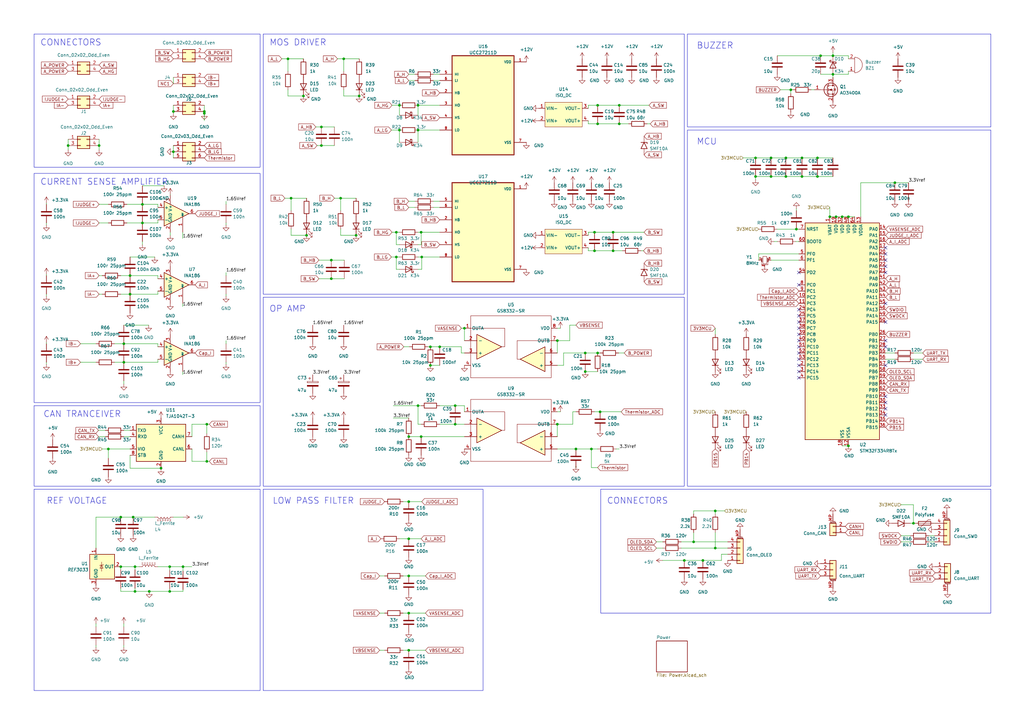
<source format=kicad_sch>
(kicad_sch (version 20230121) (generator eeschema)
  (paper "A3")
  (junction (at 176.53 142.24))
  (junction (at 340.36 88.9))
  (junction (at 326.644 93.98))
  (junction (at 58.42 91.44))
  (junction (at 84.836 189.23))
  (junction (at 172.72 95.25))
  (junction (at 167.64 205.74))
  (junction (at 49.53 212.09))
  (junction (at 83.82 46.482))
  (junction (at 40.64 59.69))
  (junction (at 171.45 43.18))
  (junction (at 69.596 242.57))
  (junction (at 119.38 81.28))
  (junction (at 167.64 179.07))
  (junction (at 322.326 72.39))
  (junction (at 53.34 113.03))
  (junction (at 251.46 95.25))
  (junction (at 240.03 144.78))
  (junction (at 124.46 39.37))
  (junction (at 316.23 72.39))
  (junction (at 374.65 214.63))
  (junction (at 347.98 88.9))
  (junction (at 139.7 81.28))
  (junction (at 284.48 222.25))
  (junction (at 243.84 95.25))
  (junction (at 341.63 30.48))
  (junction (at 131.826 59.69))
  (junction (at 345.44 88.9))
  (junction (at 228.6 173.99))
  (junction (at 61.214 242.57))
  (junction (at 171.45 166.37))
  (junction (at 71.12 45.72))
  (junction (at 172.974 105.41))
  (junction (at 50.8 148.59))
  (junction (at 54.61 212.09))
  (junction (at 245.11 144.78))
  (junction (at 240.03 152.4))
  (junction (at 53.34 120.65))
  (junction (at 245.11 50.8))
  (junction (at 186.69 166.37))
  (junction (at 309.88 64.77))
  (junction (at 75.057 232.41))
  (junction (at 140.97 24.13))
  (junction (at 280.67 229.87))
  (junction (at 162.56 95.25))
  (junction (at 69.596 232.41))
  (junction (at 167.64 251.46))
  (junction (at 335.28 64.77))
  (junction (at 125.73 96.52))
  (junction (at 342.9 88.9))
  (junction (at 251.46 102.87))
  (junction (at 84.836 173.99))
  (junction (at 180.34 142.24))
  (junction (at 254 50.8))
  (junction (at 236.22 184.15))
  (junction (at 66.04 192.024))
  (junction (at 328.93 64.77))
  (junction (at 341.63 22.86))
  (junction (at 242.57 184.15))
  (junction (at 55.372 232.41))
  (junction (at 243.84 102.87))
  (junction (at 172.72 179.07))
  (junction (at 146.05 96.52))
  (junction (at 171.45 53.34))
  (junction (at 167.64 266.7))
  (junction (at 55.372 242.57))
  (junction (at 254 43.18))
  (junction (at 83.82 45.72))
  (junction (at 190.5 134.62))
  (junction (at 135.89 114.3))
  (junction (at 316.23 64.77))
  (junction (at 367.03 74.93))
  (junction (at 336.55 22.86))
  (junction (at 118.11 24.13))
  (junction (at 293.37 224.79))
  (junction (at 288.29 229.87))
  (junction (at 245.11 43.18))
  (junction (at 322.326 64.77))
  (junction (at 147.32 39.37))
  (junction (at 44.45 184.15))
  (junction (at 309.88 72.39))
  (junction (at 71.12 62.23))
  (junction (at 328.93 72.39))
  (junction (at 167.64 236.22))
  (junction (at 176.53 149.86))
  (junction (at 27.94 59.69))
  (junction (at 246.126 168.91))
  (junction (at 163.83 53.34))
  (junction (at 347.98 182.88))
  (junction (at 135.89 106.68))
  (junction (at 186.69 173.99))
  (junction (at 167.64 220.98))
  (junction (at 324.358 36.83))
  (junction (at 335.28 72.39))
  (junction (at 162.56 105.41))
  (junction (at 50.8 140.97))
  (junction (at 293.37 209.55))
  (junction (at 228.6 139.7))
  (junction (at 58.42 83.82))
  (junction (at 49.53 232.41))
  (junction (at 131.826 52.07))
  (junction (at 163.83 43.18))
  (no_connect (at 363.22 124.46))
  (no_connect (at 327.66 139.7))
  (no_connect (at 327.66 132.08))
  (no_connect (at 363.22 106.68))
  (no_connect (at 327.66 129.54))
  (no_connect (at 327.66 127))
  (no_connect (at 363.22 142.24))
  (no_connect (at 327.66 111.76))
  (no_connect (at 327.66 154.94))
  (no_connect (at 327.66 152.4))
  (no_connect (at 363.22 162.56))
  (no_connect (at 363.22 165.1))
  (no_connect (at 363.22 167.64))
  (no_connect (at 327.66 144.78))
  (no_connect (at 363.22 132.08))
  (no_connect (at 363.22 149.86))
  (no_connect (at 363.22 111.76))
  (no_connect (at 327.66 142.24))
  (no_connect (at 327.66 116.84))
  (no_connect (at 363.22 104.14))
  (no_connect (at 327.66 137.16))
  (no_connect (at 363.22 139.7))
  (no_connect (at 363.22 109.22))
  (no_connect (at 327.66 134.62))
  (no_connect (at 363.22 170.18))
  (no_connect (at 327.66 149.86))
  (no_connect (at 327.66 147.32))
  (no_connect (at 363.22 101.6))
  (wire (pts (xy 254 184.15) (xy 252.73 184.15)))
  (wire (pts (xy 241.3 50.8) (xy 245.11 50.8)))
  (wire (pts (xy 297.18 209.55) (xy 293.37 209.55)))
  (wire (pts (xy 328.93 72.39) (xy 335.28 72.39)))
  (wire (pts (xy 316.23 106.68) (xy 327.66 106.68)))
  (wire (pts (xy 118.11 24.13) (xy 124.46 24.13)))
  (wire (pts (xy 341.63 21.59) (xy 341.63 22.86)))
  (wire (pts (xy 162.56 100.33) (xy 163.83 100.33)))
  (wire (pts (xy 231.14 149.86) (xy 228.6 149.86)))
  (wire (pts (xy 55.372 232.41) (xy 57.15 232.41)))
  (wire (pts (xy 66.04 192.024) (xy 53.34 192.024)))
  (wire (pts (xy 131.826 59.69) (xy 137.16 59.69)))
  (wire (pts (xy 324.358 36.83) (xy 325.12 36.83)))
  (wire (pts (xy 177.8 85.09) (xy 180.34 85.09)))
  (wire (pts (xy 295.91 229.87) (xy 295.91 227.33)))
  (wire (pts (xy 69.596 232.41) (xy 75.057 232.41)))
  (wire (pts (xy 161.29 166.37) (xy 171.45 166.37)))
  (wire (pts (xy 92.71 82.55) (xy 92.71 83.82)))
  (wire (pts (xy 241.3 50.8) (xy 241.3 49.53)))
  (wire (pts (xy 341.63 22.86) (xy 347.98 22.86)))
  (wire (pts (xy 39.37 265.43) (xy 39.37 264.668)))
  (wire (pts (xy 83.82 46.482) (xy 83.82 49.53)))
  (wire (pts (xy 167.64 205.74) (xy 165.354 205.74)))
  (wire (pts (xy 74.93 153.67) (xy 74.93 152.4)))
  (wire (pts (xy 318.77 22.86) (xy 336.55 22.86)))
  (wire (pts (xy 353.06 74.93) (xy 353.06 88.9)))
  (wire (pts (xy 369.57 222.25) (xy 373.38 222.25)))
  (wire (pts (xy 328.93 64.77) (xy 335.28 64.77)))
  (wire (pts (xy 245.11 43.18) (xy 254 43.18)))
  (wire (pts (xy 69.596 241.554) (xy 69.596 242.57)))
  (wire (pts (xy 254 50.8) (xy 257.81 50.8)))
  (wire (pts (xy 140.97 36.83) (xy 140.97 39.37)))
  (wire (pts (xy 40.386 179.07) (xy 43.18 179.07)))
  (wire (pts (xy 19.05 92.202) (xy 19.05 91.44)))
  (wire (pts (xy 49.53 113.03) (xy 53.34 113.03)))
  (wire (pts (xy 241.3 43.18) (xy 241.3 44.45)))
  (wire (pts (xy 353.06 74.93) (xy 367.03 74.93)))
  (wire (pts (xy 279.4 224.79) (xy 293.37 224.79)))
  (wire (pts (xy 84.836 189.23) (xy 85.852 189.23)))
  (wire (pts (xy 322.326 72.39) (xy 328.93 72.39)))
  (wire (pts (xy 69.596 233.934) (xy 69.596 232.41)))
  (wire (pts (xy 236.22 184.15) (xy 242.57 184.15)))
  (wire (pts (xy 172.974 110.49) (xy 172.974 105.41)))
  (wire (pts (xy 316.23 72.39) (xy 322.326 72.39)))
  (wire (pts (xy 342.9 88.9) (xy 345.44 88.9)))
  (wire (pts (xy 116.84 81.28) (xy 119.38 81.28)))
  (wire (pts (xy 177.8 82.55) (xy 180.34 82.55)))
  (wire (pts (xy 171.45 58.42) (xy 171.45 53.34)))
  (wire (pts (xy 75.057 232.41) (xy 78.74 232.41)))
  (wire (pts (xy 84.836 185.42) (xy 84.836 189.23)))
  (wire (pts (xy 240.03 144.78) (xy 245.11 144.78)))
  (wire (pts (xy 162.56 110.49) (xy 162.56 105.41)))
  (wire (pts (xy 316.23 64.77) (xy 322.326 64.77)))
  (wire (pts (xy 160.528 105.41) (xy 162.56 105.41)))
  (wire (pts (xy 118.11 29.21) (xy 118.11 24.13)))
  (wire (pts (xy 64.77 232.41) (xy 69.596 232.41)))
  (wire (pts (xy 172.72 179.07) (xy 190.5 179.07)))
  (wire (pts (xy 75.057 232.41) (xy 75.057 234.188)))
  (wire (pts (xy 64.77 148.59) (xy 50.8 148.59)))
  (wire (pts (xy 60.96 133.35) (xy 50.8 133.35)))
  (wire (pts (xy 236.22 133.35) (xy 233.68 133.35)))
  (wire (pts (xy 288.29 229.87) (xy 295.91 229.87)))
  (wire (pts (xy 167.64 205.74) (xy 172.974 205.74)))
  (wire (pts (xy 231.14 144.78) (xy 240.03 144.78)))
  (wire (pts (xy 167.64 179.07) (xy 172.72 179.07)))
  (wire (pts (xy 64.77 140.97) (xy 50.8 140.97)))
  (wire (pts (xy 177.8 33.02) (xy 180.34 33.02)))
  (wire (pts (xy 160.528 53.34) (xy 163.83 53.34)))
  (wire (pts (xy 264.16 95.25) (xy 251.46 95.25)))
  (wire (pts (xy 241.3 95.25) (xy 241.3 96.52)))
  (wire (pts (xy 242.57 191.77) (xy 245.11 191.77)))
  (wire (pts (xy 322.326 64.77) (xy 328.93 64.77)))
  (wire (pts (xy 172.72 95.25) (xy 180.34 95.25)))
  (wire (pts (xy 284.48 209.55) (xy 293.37 209.55)))
  (wire (pts (xy 140.97 39.37) (xy 147.32 39.37)))
  (wire (pts (xy 340.36 88.9) (xy 342.9 88.9)))
  (wire (pts (xy 172.72 220.98) (xy 167.64 220.98)))
  (wire (pts (xy 55.372 233.68) (xy 55.372 232.41)))
  (wire (pts (xy 157.734 266.7) (xy 155.702 266.7)))
  (wire (pts (xy 54.61 212.09) (xy 63.5 212.09)))
  (wire (pts (xy 139.7 81.28) (xy 146.05 81.28)))
  (wire (pts (xy 171.45 166.37) (xy 172.72 166.37)))
  (wire (pts (xy 363.22 144.78) (xy 367.03 144.78)))
  (wire (pts (xy 39.37 212.09) (xy 49.53 212.09)))
  (wire (pts (xy 118.11 36.83) (xy 118.11 39.37)))
  (wire (pts (xy 135.89 114.3) (xy 141.224 114.3)))
  (wire (pts (xy 171.45 105.41) (xy 172.974 105.41)))
  (wire (pts (xy 176.53 149.86) (xy 180.34 149.86)))
  (wire (pts (xy 61.214 242.57) (xy 69.596 242.57)))
  (wire (pts (xy 295.91 227.33) (xy 298.45 227.33)))
  (wire (pts (xy 373.38 214.63) (xy 374.65 214.63)))
  (wire (pts (xy 284.48 222.25) (xy 298.45 222.25)))
  (wire (pts (xy 236.22 184.15) (xy 228.6 184.15)))
  (wire (pts (xy 92.71 111.76) (xy 92.71 113.03)))
  (wire (pts (xy 262.89 102.87) (xy 263.906 102.87)))
  (wire (pts (xy 39.37 148.59) (xy 33.02 148.59)))
  (wire (pts (xy 130.81 106.68) (xy 135.89 106.68)))
  (wire (pts (xy 324.358 36.83) (xy 324.358 38.354)))
  (wire (pts (xy 317.5 99.06) (xy 318.77 99.06)))
  (wire (pts (xy 167.64 236.22) (xy 174.498 236.22)))
  (wire (pts (xy 171.45 173.99) (xy 172.72 173.99)))
  (wire (pts (xy 293.37 218.44) (xy 293.37 224.79)))
  (wire (pts (xy 84.836 173.99) (xy 85.852 173.99)))
  (wire (pts (xy 228.6 139.7) (xy 228.6 144.78)))
  (wire (pts (xy 92.71 139.7) (xy 92.71 140.97)))
  (wire (pts (xy 74.93 95.25) (xy 74.93 97.79)))
  (wire (pts (xy 140.97 29.21) (xy 140.97 24.13)))
  (wire (pts (xy 374.65 147.32) (xy 378.46 147.32)))
  (wire (pts (xy 229.87 168.91) (xy 228.6 168.91)))
  (wire (pts (xy 138.43 24.13) (xy 140.97 24.13)))
  (wire (pts (xy 240.03 152.4) (xy 245.11 152.4)))
  (wire (pts (xy 50.8 179.07) (xy 53.34 179.07)))
  (wire (pts (xy 167.64 85.09) (xy 170.18 85.09)))
  (wire (pts (xy 163.83 58.42) (xy 163.83 53.34)))
  (wire (pts (xy 374.65 207.01) (xy 374.65 214.63)))
  (wire (pts (xy 44.45 184.15) (xy 44.45 187.96)))
  (wire (pts (xy 167.64 82.55) (xy 170.18 82.55)))
  (wire (pts (xy 163.83 43.18) (xy 160.782 43.18)))
  (wire (pts (xy 234.95 168.91) (xy 236.22 168.91)))
  (wire (pts (xy 363.22 147.32) (xy 367.03 147.32)))
  (wire (pts (xy 162.56 105.41) (xy 163.83 105.41)))
  (wire (pts (xy 40.64 91.44) (xy 44.45 91.44)))
  (wire (pts (xy 27.94 59.69) (xy 27.94 57.15)))
  (wire (pts (xy 92.71 121.412) (xy 92.71 120.65)))
  (wire (pts (xy 320.04 36.83) (xy 324.358 36.83)))
  (wire (pts (xy 335.28 64.77) (xy 341.63 64.77)))
  (wire (pts (xy 383.032 214.63) (xy 383.286 214.63)))
  (wire (pts (xy 335.28 72.39) (xy 341.63 72.39)))
  (wire (pts (xy 243.84 102.87) (xy 251.46 102.87)))
  (wire (pts (xy 269.24 222.25) (xy 271.78 222.25)))
  (wire (pts (xy 341.63 30.48) (xy 347.98 30.48)))
  (wire (pts (xy 229.87 134.62) (xy 228.6 134.62)))
  (wire (pts (xy 40.386 176.53) (xy 43.18 176.53)))
  (wire (pts (xy 345.44 182.88) (xy 347.98 182.88)))
  (wire (pts (xy 180.34 166.37) (xy 186.69 166.37)))
  (wire (pts (xy 172.974 110.49) (xy 171.45 110.49)))
  (wire (pts (xy 69.85 79.756) (xy 69.85 80.01)))
  (wire (pts (xy 92.71 149.352) (xy 92.71 148.59)))
  (wire (pts (xy 293.37 224.79) (xy 298.45 224.79)))
  (wire (pts (xy 309.88 72.39) (xy 316.23 72.39)))
  (wire (pts (xy 119.38 96.52) (xy 125.73 96.52)))
  (wire (pts (xy 175.514 142.24) (xy 176.53 142.24)))
  (wire (pts (xy 55.372 242.57) (xy 61.214 242.57)))
  (wire (pts (xy 309.88 64.77) (xy 316.23 64.77)))
  (wire (pts (xy 347.98 22.86) (xy 347.98 24.13)))
  (wire (pts (xy 369.57 207.01) (xy 374.65 207.01)))
  (wire (pts (xy 241.3 102.87) (xy 243.84 102.87)))
  (wire (pts (xy 284.48 210.82) (xy 284.48 209.55)))
  (wire (pts (xy 53.34 120.65) (xy 64.77 120.65)))
  (wire (pts (xy 50.8 255.778) (xy 50.8 257.048)))
  (wire (pts (xy 162.56 95.25) (xy 163.83 95.25)))
  (wire (pts (xy 49.53 120.65) (xy 53.34 120.65)))
  (wire (pts (xy 130.048 59.69) (xy 131.826 59.69)))
  (wire (pts (xy 172.72 100.33) (xy 172.72 95.25)))
  (wire (pts (xy 53.34 113.03) (xy 64.77 113.03)))
  (wire (pts (xy 78.74 173.99) (xy 84.836 173.99)))
  (wire (pts (xy 228.6 173.99) (xy 228.346 173.99)))
  (wire (pts (xy 374.65 214.63) (xy 375.412 214.63)))
  (wire (pts (xy 242.57 184.15) (xy 245.11 184.15)))
  (wire (pts (xy 52.07 91.44) (xy 58.42 91.44)))
  (wire (pts (xy 161.29 171.45) (xy 167.64 171.45)))
  (wire (pts (xy 241.3 102.87) (xy 241.3 101.6)))
  (wire (pts (xy 19.05 140.97) (xy 19.05 140.462)))
  (wire (pts (xy 58.42 100.33) (xy 58.42 99.06)))
  (wire (pts (xy 186.69 166.37) (xy 190.5 166.37)))
  (wire (pts (xy 55.372 241.3) (xy 55.372 242.57)))
  (wire (pts (xy 254 43.18) (xy 266.192 43.18)))
  (wire (pts (xy 39.37 212.09) (xy 39.37 224.79)))
  (wire (pts (xy 19.05 83.82) (xy 19.05 83.312)))
  (wire (pts (xy 49.53 242.57) (xy 55.372 242.57)))
  (wire (pts (xy 176.53 142.24) (xy 180.34 142.24)))
  (wire (pts (xy 326.39 99.06) (xy 327.66 99.06)))
  (wire (pts (xy 64.77 91.44) (xy 58.42 91.44)))
  (wire (pts (xy 347.98 30.48) (xy 347.98 29.21)))
  (wire (pts (xy 172.974 105.41) (xy 180.34 105.41)))
  (wire (pts (xy 74.93 125.73) (xy 74.93 124.46)))
  (wire (pts (xy 140.97 24.13) (xy 147.32 24.13)))
  (wire (pts (xy 171.45 166.37) (xy 171.45 173.99)))
  (wire (pts (xy 66.04 192.278) (xy 66.04 192.024)))
  (wire (pts (xy 83.82 46.482) (xy 83.82 45.72)))
  (wire (pts (xy 271.78 229.87) (xy 280.67 229.87)))
  (wire (pts (xy 171.45 47.244) (xy 171.45 43.18)))
  (wire (pts (xy 326.644 93.98) (xy 327.66 93.98)))
  (wire (pts (xy 69.85 96.52) (xy 69.85 95.25)))
  (wire (pts (xy 157.734 236.22) (xy 155.702 236.22)))
  (wire (pts (xy 49.53 232.41) (xy 49.53 233.68)))
  (wire (pts (xy 64.77 113.03) (xy 64.77 114.3)))
  (wire (pts (xy 167.64 236.22) (xy 165.354 236.22)))
  (wire (pts (xy 75.057 241.808) (xy 75.057 242.57)))
  (wire (pts (xy 40.64 61.468) (xy 40.64 59.69)))
  (wire (pts (xy 64.77 120.65) (xy 64.77 119.38)))
  (wire (pts (xy 157.734 251.46) (xy 155.702 251.46)))
  (wire (pts (xy 130.81 114.3) (xy 135.89 114.3)))
  (wire (pts (xy 50.8 148.59) (xy 46.99 148.59)))
  (wire (pts (xy 318.77 93.98) (xy 326.644 93.98)))
  (wire (pts (xy 67.31 76.2) (xy 58.42 76.2)))
  (wire (pts (xy 242.57 184.15) (xy 242.57 191.77)))
  (wire (pts (xy 336.55 22.86) (xy 341.63 22.86)))
  (wire (pts (xy 53.34 192.024) (xy 53.34 186.69)))
  (wire (pts (xy 66.04 192.024) (xy 66.04 191.77)))
  (wire (pts (xy 369.57 219.71) (xy 373.38 219.71)))
  (wire (pts (xy 177.8 30.48) (xy 180.34 30.48)))
  (wire (pts (xy 162.56 110.49) (xy 163.83 110.49)))
  (wire (pts (xy 75.184 212.09) (xy 71.12 212.09)))
  (wire (pts (xy 334.01 36.83) (xy 332.74 36.83)))
  (wire (pts (xy 167.64 251.46) (xy 174.498 251.46)))
  (wire (pts (xy 71.12 46.482) (xy 71.12 45.72)))
  (wire (pts (xy 265.43 50.8) (xy 266.7 50.8)))
  (wire (pts (xy 64.77 148.59) (xy 64.77 147.32)))
  (wire (pts (xy 234.95 173.99) (xy 228.6 173.99)))
  (wire (pts (xy 251.46 102.87) (xy 255.27 102.87)))
  (wire (pts (xy 180.34 173.99) (xy 186.69 173.99)))
  (wire (pts (xy 139.7 93.98) (xy 139.7 96.52)))
  (wire (pts (xy 293.37 209.55) (xy 293.37 210.82)))
  (wire (pts (xy 374.65 144.78) (xy 378.46 144.78)))
  (wire (pts (xy 50.8 265.43) (xy 50.8 264.668)))
  (wire (pts (xy 231.14 144.78) (xy 231.14 149.86)))
  (wire (pts (xy 311.15 104.14) (xy 327.66 104.14)))
  (wire (pts (xy 165.608 142.24) (xy 167.894 142.24)))
  (wire (pts (xy 162.56 95.25) (xy 160.782 95.25)))
  (wire (pts (xy 49.53 212.09) (xy 54.61 212.09)))
  (wire (pts (xy 381 222.25) (xy 383.286 222.25)))
  (wire (pts (xy 78.74 179.07) (xy 78.74 173.99)))
  (wire (pts (xy 50.8 140.97) (xy 46.99 140.97)))
  (wire (pts (xy 119.38 86.36) (xy 119.38 81.28)))
  (wire (pts (xy 245.11 50.8) (xy 254 50.8)))
  (wire (pts (xy 118.11 39.37) (xy 124.46 39.37)))
  (wire (pts (xy 345.44 88.9) (xy 347.98 88.9)))
  (wire (pts (xy 167.64 30.48) (xy 170.18 30.48)))
  (wire (pts (xy 172.72 95.25) (xy 171.45 95.25)))
  (wire (pts (xy 19.05 113.03) (xy 19.05 112.522)))
  (wire (pts (xy 137.16 81.28) (xy 139.7 81.28)))
  (wire (pts (xy 326.644 85.598) (xy 326.644 86.36)))
  (wire (pts (xy 64.77 91.44) (xy 64.77 90.17)))
  (wire (pts (xy 269.24 224.79) (xy 271.78 224.79)))
  (wire (pts (xy 256.032 144.78) (xy 253.746 144.78)))
  (wire (pts (xy 190.5 134.62) (xy 190.5 139.7)))
  (wire (pts (xy 115.57 24.13) (xy 118.11 24.13)))
  (wire (pts (xy 40.64 59.69) (xy 40.64 57.15)))
  (wire (pts (xy 367.03 74.93) (xy 372.618 74.93)))
  (wire (pts (xy 119.38 93.98) (xy 119.38 96.52)))
  (wire (pts (xy 234.95 168.91) (xy 234.95 173.99)))
  (wire (pts (xy 49.53 241.3) (xy 49.53 242.57)))
  (wire (pts (xy 163.83 47.244) (xy 163.83 43.18)))
  (wire (pts (xy 44.45 184.15) (xy 53.34 184.15)))
  (wire (pts (xy 50.8 176.53) (xy 53.34 176.53)))
  (wire (pts (xy 139.7 96.52) (xy 146.05 96.52)))
  (wire (pts (xy 236.22 191.77) (xy 236.22 191.262)))
  (wire (pts (xy 304.8 64.77) (xy 309.88 64.77)))
  (wire (pts (xy 180.34 142.24) (xy 189.23 142.24)))
  (wire (pts (xy 284.48 222.25) (xy 284.48 218.44)))
  (wire (pts (xy 189.23 144.78) (xy 190.5 144.78)))
  (wire (pts (xy 171.45 53.34) (xy 180.34 53.34)))
  (wire (pts (xy 78.74 184.15) (xy 78.74 189.23)))
  (wire (pts (xy 167.64 266.7) (xy 165.354 266.7)))
  (wire (pts (xy 381 219.71) (xy 383.286 219.71)))
  (wire (pts (xy 41.91 184.15) (xy 44.45 184.15)))
  (wire (pts (xy 167.64 251.46) (xy 165.354 251.46)))
  (wire (pts (xy 78.74 189.23) (xy 84.836 189.23)))
  (wire (pts (xy 69.596 242.57) (xy 75.057 242.57)))
  (wire (pts (xy 55.372 232.41) (xy 49.53 232.41)))
  (wire (pts (xy 83.82 45.72) (xy 83.82 43.18)))
  (wire (pts (xy 50.8 157.48) (xy 50.8 156.21)))
  (wire (pts (xy 233.68 133.35) (xy 233.68 139.7)))
  (wire (pts (xy 119.38 81.28) (xy 125.73 81.28)))
  (wire (pts (xy 293.37 134.62) (xy 293.37 137.16)))
  (wire (pts (xy 246.126 144.78) (xy 245.11 144.78)))
  (wire (pts (xy 190.5 166.37) (xy 190.5 168.91)))
  (wire (pts (xy 39.37 257.048) (xy 39.37 255.778)))
  (wire (pts (xy 63.5 105.41) (xy 53.34 105.41)))
  (wire (pts (xy 246.126 168.91) (xy 254.762 168.91)))
  (wire (pts (xy 71.12 34.29) (xy 71.12 31.75)))
  (wire (pts (xy 71.12 64.77) (xy 71.12 62.23)))
  (wire (pts (xy 336.55 30.48) (xy 341.63 30.48)))
  (wire (pts (xy 162.56 100.33) (xy 162.56 95.25)))
  (wire (pts (xy 167.64 33.02) (xy 170.18 33.02)))
  (wire (pts (xy 64.77 83.82) (xy 64.77 85.09)))
  (wire (pts (xy 129.54 52.07) (xy 131.826 52.07)))
  (wire (pts (xy 186.69 173.99) (xy 190.5 173.99)))
  (wire (pts (xy 135.89 106.68) (xy 141.224 106.68)))
  (wire (pts (xy 40.64 83.82) (xy 44.45 83.82)))
  (wire (pts (xy 309.88 72.39) (xy 309.88 73.66)))
  (wire (pts (xy 172.72 100.33) (xy 171.45 100.33)))
  (wire (pts (xy 40.64 113.03) (xy 41.91 113.03)))
  (wire (pts (xy 311.15 104.14) (xy 311.15 106.68)))
  (wire (pts (xy 19.05 149.352) (xy 19.05 148.59)))
  (wire (pts (xy 189.23 134.62) (xy 190.5 134.62)))
  (wire (pts (xy 163.83 220.98) (xy 167.64 220.98)))
  (wire (pts (xy 279.4 222.25) (xy 284.48 222.25)))
  (wire (pts (xy 189.23 142.24) (xy 189.23 144.78)))
  (wire (pts (xy 64.77 83.82) (xy 58.42 83.82)))
  (wire (pts (xy 246.126 168.91) (xy 243.84 168.91)))
  (wire (pts (xy 84.836 173.99) (xy 84.836 177.8)))
  (wire (pts (xy 71.12 62.23) (xy 71.12 59.69)))
  (wire (pts (xy 341.63 30.48) (xy 341.63 31.75)))
  (wire (pts (xy 243.84 95.25) (xy 241.3 95.25)))
  (wire (pts (xy 233.68 139.7) (xy 228.6 139.7)))
  (wire (pts (xy 241.3 43.18) (xy 245.11 43.18)))
  (wire (pts (xy 64.77 140.97) (xy 64.77 142.24)))
  (wire (pts (xy 243.84 95.25) (xy 251.46 95.25)))
  (wire (pts (xy 40.64 120.65) (xy 41.91 120.65)))
  (wire (pts (xy 19.05 121.412) (xy 19.05 120.65)))
  (wire (pts (xy 228.6 173.99) (xy 228.6 179.07)))
  (wire (pts (xy 167.64 266.7) (xy 174.498 266.7)))
  (wire (pts (xy 52.07 83.82) (xy 58.42 83.82)))
  (wire (pts (xy 171.45 43.18) (xy 180.34 43.18)))
  (wire (pts (xy 71.12 45.72) (xy 71.12 43.18)))
  (wire (pts (xy 280.67 229.87) (xy 288.29 229.87)))
  (wire (pts (xy 39.37 140.97) (xy 33.02 140.97)))
  (wire (pts (xy 92.71 92.202) (xy 92.71 91.44)))
  (wire (pts (xy 139.7 86.36) (xy 139.7 81.28)))
  (wire (pts (xy 347.98 88.9) (xy 350.52 88.9)))
  (wire (pts (xy 340.36 85.09) (xy 340.36 88.9)))
  (wire (pts (xy 27.94 61.468) (xy 27.94 59.69)))
  (wire (pts (xy 131.826 52.07) (xy 137.16 52.07)))
  (rectangle (start 13.97 71.12) (end 106.68 165.1))
  (rectangle (start 13.97 200.66) (end 106.68 283.21))
  (rectangle (start 107.95 121.92) (end 280.67 199.39))
  (rectangle (start 107.95 200.66) (end 198.12 283.21))
  (rectangle (start 107.95 13.97) (end 280.67 120.65))
  (rectangle (start 13.97 13.97) (end 106.68 68.58))
  (rectangle (start 13.97 166.37) (end 106.68 199.39))
  (rectangle (start 281.94 13.97) (end 406.4 52.07))
  (rectangle (start 281.94 53.34) (end 406.4 199.39))
  (rectangle (start 246.38 200.66) (end 406.4 251.46))
  (text "CAN TRANCEIVER" (at 17.78 171.45 0) (effects (font (size 2.54 2.54)) (justify left bottom)))
  (text "LOW PASS FILTER" (at 111.76 207.01 0) (effects (font (size 2.54 2.54)) (justify left bottom)))
  (text "BUZZER" (at 285.75 20.32 0) (effects (font (size 2.54 2.54)) (justify left bottom)))
  (text "CURRENT SENSE AMPLIFIER" (at 16.51 76.2 0) (effects (font (size 2.54 2.54)) (justify left bottom)))
  (text "CONNECTORS" (at 16.51 19.05 0) (effects (font (size 2.54 2.54)) (justify left bottom)))
  (text "MOS DRIVER" (at 110.49 19.05 0) (effects (font (size 2.54 2.54)) (justify left bottom)))
  (text "REF VOLTAGE" (at 19.05 207.01 0) (effects (font (size 2.54 2.54)) (justify left bottom)))
  (text "MCU" (at 285.75 59.69 0) (effects (font (size 2.54 2.54)) (justify left bottom)))
  (text "CONNECTORS" (at 248.92 207.01 0) (effects (font (size 2.54 2.54)) (justify left bottom)))
  (text "OP AMP" (at 110.49 128.27 0) (effects (font (size 2.54 2.54)) (justify left bottom)))
  (label "1.65Vref" (at 74.93 153.67 0))
  (label "1.65Vref" (at 92.71 139.7 0))
  (label "1.65Vref" (at 74.93 97.79 0))
  (label "1.65Vref" (at 92.71 82.55 0))
  (label "1.65Vref" (at 140.97 133.35 0))
  (label "1.65Vref" (at 92.71 111.76 0))
  (label "1.65Vref" (at 74.93 125.73 0))
  (label "3.3Vref" (at 128.27 153.67 0))
  (label "3.3Vref" (at 372.618 74.93 0))
  (label "3.3Vref" (at 161.29 171.45 0))
  (label "3.3Vref" (at 254 184.15 0))
  (label "3.3Vref" (at 140.97 153.67 0))
  (label "1.65Vref" (at 161.29 166.37 0))
  (label "1.65Vref" (at 128.27 133.35 0))
  (label "3.3Vref" (at 78.74 232.41 0))
  (global_label "UART_RX" (shape input) (at 378.46 147.32 0) (property "Intersheetrefs" "${INTERSHEET_REFS}" (effects hide)))
  (global_label "CAN_RX" (shape input) (at 40.386 179.07 180) (property "Intersheetrefs" "${INTERSHEET_REFS}" (effects hide)))
  (global_label "A_SW" (shape input) (at 266.192 43.18 0) (property "Intersheetrefs" "${INTERSHEET_REFS}" (effects hide)))
  (global_label "PB14" (shape input) (at 363.22 172.72 0) (property "Intersheetrefs" "${INTERSHEET_REFS}" (effects hide)))
  (global_label "VASENSE_ADC" (shape input) (at 363.22 93.98 0) (property "Intersheetrefs" "${INTERSHEET_REFS}" (effects hide)))
  (global_label "3V3MCU" (shape input) (at 293.37 134.62 180) (property "Intersheetrefs" "${INTERSHEET_REFS}" (effects hide)))
  (global_label "IJUDGE-" (shape input) (at 40.64 91.44 180) (property "Intersheetrefs" "${INTERSHEET_REFS}" (effects hide)))
  (global_label "A_POWER" (shape input) (at 27.94 26.67 180) (property "Intersheetrefs" "${INTERSHEET_REFS}" (effects hide)))
  (global_label "A_SW" (shape input) (at 264.16 63.5 0) (property "Intersheetrefs" "${INTERSHEET_REFS}" (effects hide)))
  (global_label "OLED_SDA" (shape input) (at 269.24 222.25 180) (property "Intersheetrefs" "${INTERSHEET_REFS}" (effects hide)))
  (global_label "B_H" (shape input) (at 137.16 81.28 180) (property "Intersheetrefs" "${INTERSHEET_REFS}" (effects hide)))
  (global_label "A_SW" (shape input) (at 40.64 26.67 0) (property "Intersheetrefs" "${INTERSHEET_REFS}" (effects hide)))
  (global_label "SWDIO" (shape input) (at 363.22 127 0) (property "Intersheetrefs" "${INTERSHEET_REFS}" (effects hide)))
  (global_label "OLED_SCL" (shape input) (at 269.24 224.79 180) (property "Intersheetrefs" "${INTERSHEET_REFS}" (effects hide)))
  (global_label "A_I_ADC" (shape input) (at 172.72 220.98 0) (property "Intersheetrefs" "${INTERSHEET_REFS}" (effects hide)))
  (global_label "IB+" (shape input) (at 83.82 34.29 0) (property "Intersheetrefs" "${INTERSHEET_REFS}" (effects hide)))
  (global_label "B_LG" (shape input) (at 160.528 105.41 180) (property "Intersheetrefs" "${INTERSHEET_REFS}" (effects hide)))
  (global_label "Thermistor" (shape input) (at 83.82 64.77 0) (property "Intersheetrefs" "${INTERSHEET_REFS}" (effects hide)))
  (global_label "B_HB" (shape input) (at 263.906 102.87 0) (property "Intersheetrefs" "${INTERSHEET_REFS}" (effects hide)))
  (global_label "IB-" (shape input) (at 83.82 31.75 0) (property "Intersheetrefs" "${INTERSHEET_REFS}" (effects hide)))
  (global_label "A_LG" (shape input) (at 160.528 53.34 180) (property "Intersheetrefs" "${INTERSHEET_REFS}" (effects hide)))
  (global_label "VASENSE" (shape input) (at 155.702 251.46 180) (property "Intersheetrefs" "${INTERSHEET_REFS}" (effects hide)))
  (global_label "UART_TX" (shape input) (at 336.55 236.22 180) (property "Intersheetrefs" "${INTERSHEET_REFS}" (effects hide)))
  (global_label "JUDGE_I_ADC" (shape input) (at 363.22 96.52 0) (property "Intersheetrefs" "${INTERSHEET_REFS}" (effects hide)))
  (global_label "CANL" (shape input) (at 346.71 218.44 0) (property "Intersheetrefs" "${INTERSHEET_REFS}" (effects hide)))
  (global_label "JUDGE_I" (shape input) (at 80.01 87.63 0) (property "Intersheetrefs" "${INTERSHEET_REFS}" (effects hide)))
  (global_label "IA-" (shape input) (at 40.64 120.65 180) (property "Intersheetrefs" "${INTERSHEET_REFS}" (effects hide)))
  (global_label "Cap_I_ADC" (shape input) (at 327.66 119.38 180) (property "Intersheetrefs" "${INTERSHEET_REFS}" (effects hide)))
  (global_label "A_HB" (shape input) (at 266.7 50.8 0) (property "Intersheetrefs" "${INTERSHEET_REFS}" (effects hide)))
  (global_label "B_HG" (shape input) (at 71.12 24.13 180) (property "Intersheetrefs" "${INTERSHEET_REFS}" (effects hide)))
  (global_label "CANH" (shape input) (at 346.71 215.9 0) (property "Intersheetrefs" "${INTERSHEET_REFS}" (effects hide)))
  (global_label "A_HB" (shape input) (at 129.54 52.07 180) (property "Intersheetrefs" "${INTERSHEET_REFS}" (effects hide)))
  (global_label "CANL" (shape input) (at 85.852 189.23 0) (property "Intersheetrefs" "${INTERSHEET_REFS}" (effects hide)))
  (global_label "B_HB" (shape input) (at 264.16 107.95 0) (property "Intersheetrefs" "${INTERSHEET_REFS}" (effects hide)))
  (global_label "A_HB" (shape input) (at 264.16 55.88 0) (property "Intersheetrefs" "${INTERSHEET_REFS}" (effects hide)))
  (global_label "Thermistor_ADC" (shape input) (at 254.762 168.91 0) (property "Intersheetrefs" "${INTERSHEET_REFS}" (effects hide)))
  (global_label "UART_TX" (shape input) (at 378.46 144.78 0) (property "Intersheetrefs" "${INTERSHEET_REFS}" (effects hide)))
  (global_label "SWDCK" (shape input) (at 363.22 129.54 0) (property "Intersheetrefs" "${INTERSHEET_REFS}" (effects hide)))
  (global_label "OLED_SCL" (shape input) (at 363.22 152.4 0) (property "Intersheetrefs" "${INTERSHEET_REFS}" (effects hide)))
  (global_label "B_HB" (shape input) (at 180.34 90.17 180) (property "Intersheetrefs" "${INTERSHEET_REFS}" (effects hide)))
  (global_label "B_POWER" (shape input) (at 83.82 21.59 0) (property "Intersheetrefs" "${INTERSHEET_REFS}" (effects hide)))
  (global_label "B_L" (shape input) (at 116.84 81.28 180) (property "Intersheetrefs" "${INTERSHEET_REFS}" (effects hide)))
  (global_label "IJUDGE+" (shape input) (at 27.94 40.64 180) (property "Intersheetrefs" "${INTERSHEET_REFS}" (effects hide)))
  (global_label "VBSENSE_ADC" (shape input) (at 174.498 266.7 0) (property "Intersheetrefs" "${INTERSHEET_REFS}" (effects hide)))
  (global_label "B_SW" (shape input) (at 180.34 100.33 180) (property "Intersheetrefs" "${INTERSHEET_REFS}" (effects hide)))
  (global_label "A_H" (shape input) (at 167.64 30.48 180) (property "Intersheetrefs" "${INTERSHEET_REFS}" (effects hide)))
  (global_label "Cap_I_ADC" (shape input) (at 174.498 236.22 0) (property "Intersheetrefs" "${INTERSHEET_REFS}" (effects hide)))
  (global_label "B_LG" (shape input) (at 83.82 62.23 0) (property "Intersheetrefs" "${INTERSHEET_REFS}" (effects hide)))
  (global_label "PB15" (shape input) (at 363.22 175.26 0) (property "Intersheetrefs" "${INTERSHEET_REFS}" (effects hide)))
  (global_label "NC1" (shape input) (at 71.12 34.29 180) (property "Intersheetrefs" "${INTERSHEET_REFS}" (effects hide)))
  (global_label "A_HB" (shape input) (at 180.34 38.1 180) (property "Intersheetrefs" "${INTERSHEET_REFS}" (effects hide)))
  (global_label "BUZZER" (shape input) (at 363.22 137.16 0) (property "Intersheetrefs" "${INTERSHEET_REFS}" (effects hide)))
  (global_label "IA+" (shape input) (at 40.64 113.03 180) (property "Intersheetrefs" "${INTERSHEET_REFS}" (effects hide)))
  (global_label "A_POWER" (shape input) (at 165.608 142.24 180) (property "Intersheetrefs" "${INTERSHEET_REFS}" (effects hide)))
  (global_label "IJUDGE-" (shape input) (at 40.64 40.64 0) (property "Intersheetrefs" "${INTERSHEET_REFS}" (effects hide)))
  (global_label "UART_TX" (shape input) (at 383.54 237.49 180) (property "Intersheetrefs" "${INTERSHEET_REFS}" (effects hide)))
  (global_label "A_H" (shape input) (at 363.22 114.3 0) (property "Intersheetrefs" "${INTERSHEET_REFS}" (effects hide)))
  (global_label "IJUDGE+" (shape input) (at 40.64 83.82 180) (property "Intersheetrefs" "${INTERSHEET_REFS}" (effects hide)))
  (global_label "VBSENSE" (shape input) (at 155.702 266.7 180) (property "Intersheetrefs" "${INTERSHEET_REFS}" (effects hide)))
  (global_label "IA+" (shape input) (at 40.64 43.18 0) (property "Intersheetrefs" "${INTERSHEET_REFS}" (effects hide)))
  (global_label "VBSENSE" (shape input) (at 236.22 133.35 0) (property "Intersheetrefs" "${INTERSHEET_REFS}" (effects hide)))
  (global_label "IB+" (shape input) (at 33.02 148.59 180) (property "Intersheetrefs" "${INTERSHEET_REFS}" (effects hide)))
  (global_label "SWDCK" (shape input) (at 369.57 219.71 180) (property "Intersheetrefs" "${INTERSHEET_REFS}" (effects hide)))
  (global_label "B_SW" (shape input) (at 264.16 95.25 0) (property "Intersheetrefs" "${INTERSHEET_REFS}" (effects hide)))
  (global_label "OLED_SDA" (shape input) (at 363.22 154.94 0) (property "Intersheetrefs" "${INTERSHEET_REFS}" (effects hide)))
  (global_label "IA-" (shape input) (at 27.94 43.18 180) (property "Intersheetrefs" "${INTERSHEET_REFS}" (effects hide)))
  (global_label "Thermistor" (shape input) (at 245.11 191.77 0) (property "Intersheetrefs" "${INTERSHEET_REFS}" (effects hide)))
  (global_label "UART_RX" (shape input) (at 383.54 234.95 180) (property "Intersheetrefs" "${INTERSHEET_REFS}" (effects hide)))
  (global_label "VBSENSE_ADC" (shape input) (at 327.66 124.46 180) (property "Intersheetrefs" "${INTERSHEET_REFS}" (effects hide)))
  (global_label "CAN_TX" (shape input) (at 363.22 160.02 0) (property "Intersheetrefs" "${INTERSHEET_REFS}" (effects hide)))
  (global_label "VASENSE" (shape input) (at 189.23 134.62 180) (property "Intersheetrefs" "${INTERSHEET_REFS}" (effects hide)))
  (global_label "Thermistor_ADC" (shape input) (at 327.66 121.92 180) (property "Intersheetrefs" "${INTERSHEET_REFS}" (effects hide)))
  (global_label "B_POWER" (shape input) (at 83.82 24.13 0) (property "Intersheetrefs" "${INTERSHEET_REFS}" (effects hide)))
  (global_label "JUDGE_I" (shape input) (at 157.734 205.74 180) (property "Intersheetrefs" "${INTERSHEET_REFS}" (effects hide)))
  (global_label "B_H" (shape input) (at 167.64 82.55 180) (property "Intersheetrefs" "${INTERSHEET_REFS}" (effects hide)))
  (global_label "B_SW" (shape input) (at 71.12 21.59 180) (property "Intersheetrefs" "${INTERSHEET_REFS}" (effects hide)))
  (global_label "A_I" (shape input) (at 156.21 220.98 180) (property "Intersheetrefs" "${INTERSHEET_REFS}" (effects hide)))
  (global_label "B_L" (shape input) (at 167.64 85.09 180) (property "Intersheetrefs" "${INTERSHEET_REFS}" (effects hide)))
  (global_label "B_HG" (shape input) (at 160.782 95.25 180) (property "Intersheetrefs" "${INTERSHEET_REFS}" (effects hide)))
  (global_label "B_SW" (shape input) (at 130.81 114.3 180) (property "Intersheetrefs" "${INTERSHEET_REFS}" (effects hide)))
  (global_label "B_HB" (shape input) (at 130.81 106.68 180) (property "Intersheetrefs" "${INTERSHEET_REFS}" (effects hide)))
  (global_label "JUDGE_I_ADC" (shape input) (at 172.974 205.74 0) (property "Intersheetrefs" "${INTERSHEET_REFS}" (effects hide)))
  (global_label "A_L" (shape input) (at 167.64 33.02 180) (property "Intersheetrefs" "${INTERSHEET_REFS}" (effects hide)))
  (global_label "UART_RX" (shape input) (at 336.55 233.68 180) (property "Intersheetrefs" "${INTERSHEET_REFS}" (effects hide)))
  (global_label "PB15" (shape input) (at 293.37 184.15 270) (property "Intersheetrefs" "${INTERSHEET_REFS}" (effects hide)))
  (global_label "B_POWER" (shape input) (at 256.032 144.78 0) (property "Intersheetrefs" "${INTERSHEET_REFS}" (effects hide)))
  (global_label "BUZZER" (shape input) (at 320.04 36.83 180) (property "Intersheetrefs" "${INTERSHEET_REFS}" (effects hide)))
  (global_label "A_POWER" (shape input) (at 27.94 29.21 180) (property "Intersheetrefs" "${INTERSHEET_REFS}" (effects hide)))
  (global_label "A_LG" (shape input) (at 83.82 59.69 0) (property "Intersheetrefs" "${INTERSHEET_REFS}" (effects hide)))
  (global_label "B_H" (shape input) (at 363.22 119.38 0) (property "Intersheetrefs" "${INTERSHEET_REFS}" (effects hide)))
  (global_label "SWDIO" (shape input) (at 369.57 222.25 180) (property "Intersheetrefs" "${INTERSHEET_REFS}" (effects hide)))
  (global_label "PB14" (shape input) (at 306.07 184.15 270) (property "Intersheetrefs" "${INTERSHEET_REFS}" (effects hide)))
  (global_label "A_SW" (shape input) (at 130.048 59.69 180) (property "Intersheetrefs" "${INTERSHEET_REFS}" (effects hide)))
  (global_label "A_HG" (shape input) (at 160.782 43.18 180) (property "Intersheetrefs" "${INTERSHEET_REFS}" (effects hide)))
  (global_label "A_I_ADC" (shape input) (at 363.22 99.06 0) (property "Intersheetrefs" "${INTERSHEET_REFS}" (effects hide)))
  (global_label "CAN_TX" (shape input) (at 40.386 176.53 180) (property "Intersheetrefs" "${INTERSHEET_REFS}" (effects hide)))
  (global_label "Cap_I" (shape input) (at 155.702 236.22 180) (property "Intersheetrefs" "${INTERSHEET_REFS}" (effects hide)))
  (global_label "A_HG" (shape input) (at 40.64 29.21 0) (property "Intersheetrefs" "${INTERSHEET_REFS}" (effects hide)))
  (global_label "A_H" (shape input) (at 138.43 24.13 180) (property "Intersheetrefs" "${INTERSHEET_REFS}" (effects hide)))
  (global_label "B_SW" (shape input) (at 264.16 115.57 0) (property "Intersheetrefs" "${INTERSHEET_REFS}" (effects hide)))
  (global_label "A_SW" (shape input) (at 180.34 48.26 180) (property "Intersheetrefs" "${INTERSHEET_REFS}" (effects hide)))
  (global_label "A_I" (shape input) (at 80.01 116.84 0) (property "Intersheetrefs" "${INTERSHEET_REFS}" (effects hide)))
  (global_label "Cap_I" (shape input) (at 80.01 144.78 0) (property "Intersheetrefs" "${INTERSHEET_REFS}" (effects hide)))
  (global_label "CAN_RX" (shape input) (at 363.22 157.48 0) (property "Intersheetrefs" "${INTERSHEET_REFS}" (effects hide)))
  (global_label "A_L" (shape input) (at 363.22 116.84 0) (property "Intersheetrefs" "${INTERSHEET_REFS}" (effects hide)))
  (global_label "VASENSE_ADC" (shape input) (at 174.498 251.46 0) (property "Intersheetrefs" "${INTERSHEET_REFS}" (effects hide)))
  (global_label "B_L" (shape input) (at 363.22 121.92 0) (property "Intersheetrefs" "${INTERSHEET_REFS}" (effects hide)))
  (global_label "CANH" (shape input) (at 85.852 173.99 0) (property "Intersheetrefs" "${INTERSHEET_REFS}" (effects hide)))
  (global_label "IB-" (shape input) (at 33.02 140.97 180) (property "Intersheetrefs" "${INTERSHEET_REFS}" (effects hide)))
  (global_label "A_L" (shape input) (at 115.57 24.13 180) (property "Intersheetrefs" "${INTERSHEET_REFS}" (effects hide)))
  (hierarchical_label "3V3MCU" (shape input) (at 306.07 168.91 180))
  (hierarchical_label "3V3MCU" (shape input) (at 297.18 209.55 0))
  (hierarchical_label "3V3MCU" (shape input) (at 311.15 93.98 180))
  (hierarchical_label "3V3MCU" (shape input) (at 293.37 168.91 180))
  (hierarchical_label "3V3MCU" (shape input) (at 41.91 184.15 180))
  (hierarchical_label "3V3MCU" (shape input) (at 369.57 207.01 180))
  (hierarchical_label "3V3MCU" (shape input) (at 304.8 64.77 180))
  (hierarchical_label "3V3MCU" (shape input) (at 340.36 85.09 180))
  (symbol (lib_id "power:GND") (at 368.3 31.75 0) (mirror y) (unit 1)
    (property "Reference" "#PWR0171" (effects hide))
    (property "Value" "GND" (at 368.3 37.338 0))
  )
  (symbol (lib_id "power:GND") (at 317.5 99.06 270) (unit 1)
    (property "Reference" "#PWR0213" (effects hide))
    (property "Value" "GND" (at 311.15 97.79 90) (effects (justify left)))
  )
  (symbol (lib_id "Device:D_Schottky") (at 167.64 100.33 0) (mirror y) (unit 1)
    (property "Reference" "D18" (at 165.1 102.616 0))
    (property "Value" "K34" (at 170.18 102.616 0))
    (property "Footprint" "Diode_SMD:D_SMF" (effects hide))
  )
  (symbol (lib_id "Interface_CAN_LIN:TJA1042T-3") (at 66.04 181.61 0) (unit 1)
    (property "Reference" "U11" (at 68.0594 168.148 0) (effects (justify left)))
    (property "Value" "TJA1042T-3" (at 68.0594 170.688 0) (effects (justify left)))
    (property "Footprint" "Package_SO:SOIC-8_3.9x4.9mm_P1.27mm" (effects hide))
    (property "Datasheet" "http://www.nxp.com/documents/data_sheet/TJA1042.pdf" (effects hide))
  )
  (symbol (lib_id "Device:LED") (at 146.05 92.71 90) (unit 1)
    (property "Reference" "D17" (at 148.59 91.44 90) (effects (justify right)))
    (property "Value" "LED" (at 148.59 93.98 90) (effects (justify right)))
    (property "Footprint" "LED_SMD:LED_0603_1608Metric" (effects hide))
  )
  (symbol (lib_id "Connector_Generic_MountingPin:Conn_01x04_MountingPin") (at 303.53 227.33 0) (mirror x) (unit 1)
    (property "Reference" "J5" (at 306.07 225.0694 0) (effects (justify left)))
    (property "Value" "Conn_OLED" (at 306.07 227.6094 0) (effects (justify left)))
    (property "Footprint" "Connector_JST:JST_GH_BM04B-GHS-TBT_1x04-1MP_P1.25mm_Vertical" (effects hide))
  )
  (symbol (lib_id "Device:C") (at 137.16 55.88 0) (unit 1)
    (property "Reference" "C74" (at 139.954 54.61 0) (effects (justify left)))
    (property "Value" "100n" (at 139.954 57.15 0) (effects (justify left)))
    (property "Footprint" "Capacitor_SMD:C_0603_1608Metric" (effects hide))
  )
  (symbol (lib_id "Device:R") (at 324.358 42.164 0) (mirror x) (unit 1)
    (property "Reference" "R58" (at 321.818 40.8939 0) (effects (justify right)))
    (property "Value" "10k" (at 321.818 43.4339 0) (effects (justify right)))
    (property "Footprint" "Resistor_SMD:R_0603_1608Metric" (effects hide))
  )
  (symbol (lib_id "Device:D_Schottky") (at 167.64 58.42 180) (unit 1)
    (property "Reference" "D9" (at 163.83 59.69 0))
    (property "Value" "K34" (at 171.45 59.69 0))
    (property "Footprint" "Diode_SMD:D_SMF" (effects hide))
  )
  (symbol (lib_id "Connector_Generic:Conn_02x02_Odd_Even") (at 76.2 21.59 0) (unit 1)
    (property "Reference" "J10" (effects hide))
    (property "Value" "Conn_02x02_Odd_Even" (at 77.47 17.526 0))
    (property "Footprint" "0_RM2023:conn_2x02_2.54" (effects hide))
  )
  (symbol (lib_id "Device:R") (at 328.93 36.83 90) (mirror x) (unit 1)
    (property "Reference" "R25" (at 326.136 34.798 90))
    (property "Value" "33r" (at 331.216 34.798 90))
    (property "Footprint" "Resistor_SMD:R_0603_1608Metric" (effects hide))
  )
  (symbol (lib_id "power:GND") (at 128.27 179.07 0) (mirror y) (unit 1)
    (property "Reference" "#PWR0131" (effects hide))
    (property "Value" "GND" (at 128.27 182.88 0))
  )
  (symbol (lib_id "Device:C") (at 140.97 137.16 0) (mirror y) (unit 1)
    (property "Reference" "C80" (at 138.176 135.89 0) (effects (justify left)))
    (property "Value" "10u" (at 138.176 138.43 0) (effects (justify left)))
    (property "Footprint" "Capacitor_SMD:C_0603_1608Metric" (effects hide))
  )
  (symbol (lib_id "power:GND") (at 176.53 149.86 0) (unit 1)
    (property "Reference" "#PWR0166" (effects hide))
    (property "Value" "GND" (at 176.53 155.448 0))
  )
  (symbol (lib_id "power:+3.3VA") (at 229.87 134.62 0) (unit 1)
    (property "Reference" "#PWR059" (effects hide))
    (property "Value" "+3.3VA" (at 229.87 130.81 0))
  )
  (symbol (lib_id "Device:R") (at 48.26 83.82 90) (unit 1)
    (property "Reference" "R54" (at 48.26 77.216 90))
    (property "Value" "100r 25ppm" (at 48.26 79.756 90))
    (property "Footprint" "Resistor_SMD:R_0603_1608Metric" (effects hide))
  )
  (symbol (lib_id "power:+12V") (at 234.95 74.93 0) (unit 1)
    (property "Reference" "#PWR083" (effects hide))
    (property "Value" "+12V" (at 234.95 69.85 0))
  )
  (symbol (lib_id "power:GND") (at 172.72 186.69 0) (unit 1)
    (property "Reference" "#PWR063" (effects hide))
    (property "Value" "GND" (at 172.72 190.5 0))
  )
  (symbol (lib_id "power:GND") (at 53.34 128.27 0) (unit 1)
    (property "Reference" "#PWR0100" (effects hide))
    (property "Value" "GND" (at 53.34 133.35 0))
  )
  (symbol (lib_id "power:GND") (at 313.69 109.22 0) (unit 1)
    (property "Reference" "#PWR086" (effects hide))
    (property "Value" "GND" (at 316.738 110.4899 0) (effects (justify left)))
  )
  (symbol (lib_id "Amplifier_Current:INA199xxDCK") (at 72.39 144.78 0) (unit 1)
    (property "Reference" "U8" (at 78.74 138.43 0))
    (property "Value" "INA186" (at 78.74 140.97 0))
    (property "Footprint" "Package_TO_SOT_SMD:SOT-363_SC-70-6" (effects hide))
    (property "Datasheet" "http://www.ti.com/lit/ds/symlink/ina199.pdf" (effects hide))
  )
  (symbol (lib_id "power:GND") (at 39.37 265.43 0) (unit 1)
    (property "Reference" "#PWR0262" (effects hide))
    (property "Value" "GND" (at 39.37 270.51 0))
  )
  (symbol (lib_id "Device:C") (at 341.63 68.58 0) (unit 1)
    (property "Reference" "C83" (at 337.82 66.04 0) (effects (justify left)))
    (property "Value" "100n" (at 336.55 71.12 0) (effects (justify left)))
    (property "Footprint" "Capacitor_SMD:C_0603_1608Metric" (effects hide))
  )
  (symbol (lib_id "power:+3.3VA") (at 306.07 137.16 0) (unit 1)
    (property "Reference" "#PWR0193" (effects hide))
    (property "Value" "+3.3VA" (at 306.07 132.334 0))
  )
  (symbol (lib_id "power:+12V") (at 269.24 24.13 0) (unit 1)
    (property "Reference" "#PWR0146" (effects hide))
    (property "Value" "+12V" (at 269.24 19.05 0))
  )
  (symbol (lib_id "Device:C") (at 243.84 99.06 0) (unit 1)
    (property "Reference" "C89" (at 246.634 97.79 0) (effects (justify left)))
    (property "Value" "10u" (at 246.634 100.33 0) (effects (justify left)))
    (property "Footprint" "Capacitor_SMD:C_0603_1608Metric" (effects hide))
  )
  (symbol (lib_id "Device:LED") (at 147.32 35.56 90) (unit 1)
    (property "Reference" "D23" (at 149.86 34.29 90) (effects (justify right)))
    (property "Value" "LED" (at 149.86 36.83 90) (effects (justify right)))
    (property "Footprint" "LED_SMD:LED_0603_1608Metric" (effects hide))
  )
  (symbol (lib_id "power:GND") (at 167.64 274.32 0) (unit 1)
    (property "Reference" "#PWR0216" (effects hide))
    (property "Value" "GND" (at 167.894 277.876 0))
  )
  (symbol (lib_id "power:GND") (at 40.64 61.468 0) (unit 1)
    (property "Reference" "#PWR0167" (effects hide))
    (property "Value" "GND" (at 40.64 67.056 0))
  )
  (symbol (lib_id "power:GND") (at 288.29 237.49 0) (unit 1)
    (property "Reference" "#PWR097" (effects hide))
    (property "Value" "GND" (at 288.29 242.824 0))
  )
  (symbol (lib_id "power:GND") (at 27.94 61.468 0) (unit 1)
    (property "Reference" "#PWR0169" (effects hide))
    (property "Value" "GND" (at 27.94 67.056 0))
  )
  (symbol (lib_id "Device:C") (at 75.057 237.998 0) (unit 1)
    (property "Reference" "C102" (at 76.2 234.95 0) (effects (justify left)))
    (property "Value" "100n" (at 76.2 240.03 0) (effects (justify left)))
    (property "Footprint" "Capacitor_SMD:C_0603_1608Metric" (effects hide))
  )
  (symbol (lib_id "power:GND") (at 71.12 62.23 270) (unit 1)
    (property "Reference" "#PWR0104" (effects hide))
    (property "Value" "GND" (at 66.548 62.23 0))
  )
  (symbol (lib_id "Device:R") (at 275.59 222.25 90) (mirror x) (unit 1)
    (property "Reference" "R36" (at 273.05 219.71 90))
    (property "Value" "120r" (at 279.4 219.71 90))
    (property "Footprint" "Resistor_SMD:R_0603_1608Metric" (effects hide))
  )
  (symbol (lib_id "power:+3.3VA") (at 128.27 171.45 0) (mirror y) (unit 1)
    (property "Reference" "#PWR0143" (effects hide))
    (property "Value" "+3.3VA" (at 126.238 170.1799 0) (effects (justify left)))
  )
  (symbol (lib_id "Device:LED") (at 125.73 92.71 90) (unit 1)
    (property "Reference" "D12" (at 128.27 91.44 90) (effects (justify right)))
    (property "Value" "LED" (at 128.27 93.98 90) (effects (justify right)))
    (property "Footprint" "LED_SMD:LED_0603_1608Metric" (effects hide))
  )
  (symbol (lib_id "power:GND") (at 21.59 187.96 0) (mirror y) (unit 1)
    (property "Reference" "#PWR0208" (effects hide))
    (property "Value" "GND" (at 21.59 193.548 0))
  )
  (symbol (lib_id "power:+5V") (at 341.63 21.59 0) (unit 1)
    (property "Reference" "#PWR0173" (effects hide))
    (property "Value" "+5V" (at 341.63 16.764 0))
  )
  (symbol (lib_id "Device:R") (at 84.836 181.61 180) (unit 1)
    (property "Reference" "R34" (at 86.614 180.3399 0) (effects (justify right)))
    (property "Value" "120r" (at 86.614 182.8799 0) (effects (justify right)))
    (property "Footprint" "Resistor_SMD:R_0603_1608Metric" (effects hide))
  )
  (symbol (lib_id "power:GND") (at 215.9 58.42 0) (unit 1)
    (property "Reference" "#PWR076" (effects hide))
    (property "Value" "GND" (at 218.948 59.6899 0) (effects (justify left)))
  )
  (symbol (lib_id "Device:C") (at 69.596 237.744 0) (unit 1)
    (property "Reference" "C101" (at 69.85 234.95 0) (effects (justify left)))
    (property "Value" "10u" (at 69.85 240.03 0) (effects (justify left)))
    (property "Footprint" "Capacitor_SMD:C_0603_1608Metric" (effects hide))
  )
  (symbol (lib_id "power:GND") (at 140.97 179.07 0) (mirror y) (unit 1)
    (property "Reference" "#PWR068" (effects hide))
    (property "Value" "GND" (at 140.97 182.88 0))
  )
  (symbol (lib_id "power:GND") (at 19.05 121.412 0) (unit 1)
    (property "Reference" "#PWR052" (effects hide))
    (property "Value" "GND" (at 19.05 126.492 0))
  )
  (symbol (lib_id "power:GND") (at 306.07 152.4 0) (unit 1)
    (property "Reference" "#PWR0191" (effects hide))
    (property "Value" "GND" (at 306.07 157.48 0))
  )
  (symbol (lib_id "Device:R") (at 176.53 173.99 90) (unit 1)
    (property "Reference" "R24" (at 176.53 170.18 90))
    (property "Value" "1k" (at 176.53 171.704 90))
    (property "Footprint" "Resistor_SMD:R_0603_1608Metric" (effects hide))
  )
  (symbol (lib_id "Device:C") (at 167.64 255.27 180) (unit 1)
    (property "Reference" "C52" (at 170.688 253.9999 0) (effects (justify right)))
    (property "Value" "100n" (at 170.688 256.5399 0) (effects (justify right)))
    (property "Footprint" "Capacitor_SMD:C_0603_1608Metric" (effects hide))
  )
  (symbol (lib_id "power:GND") (at 167.64 186.69 0) (unit 1)
    (property "Reference" "#PWR062" (effects hide))
    (property "Value" "GND" (at 167.64 190.5 0))
  )
  (symbol (lib_id "Device:LED") (at 124.46 35.56 90) (unit 1)
    (property "Reference" "D15" (at 127 34.29 90) (effects (justify right)))
    (property "Value" "LED" (at 127 36.83 90) (effects (justify right)))
    (property "Footprint" "LED_SMD:LED_0603_1608Metric" (effects hide))
  )
  (symbol (lib_id "Device:R") (at 160.02 220.98 90) (mirror x) (unit 1)
    (property "Reference" "R16" (at 160.02 226.06 90))
    (property "Value" "200r" (at 160.02 223.52 90))
    (property "Footprint" "Resistor_SMD:R_0603_1608Metric" (effects hide))
  )
  (symbol (lib_id "power:+12V") (at 215.9 25.4 0) (unit 1)
    (property "Reference" "#PWR075" (effects hide))
    (property "Value" "+12V" (at 215.9 20.32 0))
  )
  (symbol (lib_id "power:+12V") (at 259.08 24.13 0) (unit 1)
    (property "Reference" "#PWR0210" (effects hide))
    (property "Value" "+12V" (at 259.08 19.05 0))
  )
  (symbol (lib_id "Device:C") (at 49.53 237.49 0) (unit 1)
    (property "Reference" "C99" (at 49.53 234.95 0) (effects (justify left)))
    (property "Value" "100n" (at 49.53 240.03 0) (effects (justify left)))
    (property "Footprint" "Capacitor_SMD:C_0603_1608Metric" (effects hide))
  )
  (symbol (lib_id "Device:D_Schottky") (at 167.64 47.244 180) (unit 1)
    (property "Reference" "D8" (at 163.83 48.26 0))
    (property "Value" "K34" (at 171.45 48.26 0))
    (property "Footprint" "Diode_SMD:D_SMF" (effects hide))
  )
  (symbol (lib_id "Device:C") (at 19.05 144.78 0) (unit 1)
    (property "Reference" "C43" (at 21.844 143.51 0) (effects (justify left)))
    (property "Value" "100n" (at 21.844 146.05 0) (effects (justify left)))
    (property "Footprint" "Capacitor_SMD:C_0603_1608Metric" (effects hide))
  )
  (symbol (lib_id "Device:C") (at 128.27 175.26 0) (mirror y) (unit 1)
    (property "Reference" "C23" (at 125.476 173.99 0) (effects (justify left)))
    (property "Value" "100n" (at 125.476 176.53 0) (effects (justify left)))
    (property "Footprint" "Capacitor_SMD:C_0603_1608Metric" (effects hide))
  )
  (symbol (lib_id "Device:C") (at 259.08 27.94 0) (unit 1)
    (property "Reference" "C85" (at 261.874 26.67 0) (effects (justify left)))
    (property "Value" "10u" (at 261.874 29.21 0) (effects (justify left)))
    (property "Footprint" "Capacitor_SMD:C_0603_1608Metric" (effects hide))
  )
  (symbol (lib_id "Device:C") (at 326.644 90.17 180) (unit 1)
    (property "Reference" "C87" (at 323.85 91.44 0) (effects (justify left)))
    (property "Value" "100n" (at 325.12 87.63 0) (effects (justify left)))
    (property "Footprint" "Capacitor_SMD:C_0603_1608Metric" (effects hide))
  )
  (symbol (lib_id "power:GND") (at 58.42 100.33 0) (unit 1)
    (property "Reference" "#PWR0103" (effects hide))
    (property "Value" "GND" (at 58.42 105.41 0))
  )
  (symbol (lib_id "power:GND") (at 50.8 265.43 0) (unit 1)
    (property "Reference" "#PWR0259" (effects hide))
    (property "Value" "GND" (at 50.8 270.51 0))
  )
  (symbol (lib_id "power:GND") (at 125.73 96.52 0) (unit 1)
    (property "Reference" "#PWR077" (effects hide))
    (property "Value" "GND" (at 120.65 99.06 0) (effects (justify left)))
  )
  (symbol (lib_id "power:GND") (at 92.71 92.202 0) (unit 1)
    (property "Reference" "#PWR0225" (effects hide))
    (property "Value" "GND" (at 92.71 97.282 0))
  )
  (symbol (lib_id "Device:C") (at 49.53 215.9 180) (unit 1)
    (property "Reference" "C98" (at 45.72 213.36 0) (effects (justify right)))
    (property "Value" "10u" (at 45.72 218.44 0) (effects (justify right)))
    (property "Footprint" "Capacitor_SMD:C_0603_1608Metric" (effects hide))
  )
  (symbol (lib_id "Device:R") (at 377.19 222.25 90) (mirror x) (unit 1)
    (property "Reference" "R47" (at 372.11 223.52 90))
    (property "Value" "120r" (at 382.27 223.52 90))
    (property "Footprint" "Resistor_SMD:R_0603_1608Metric" (effects hide))
  )
  (symbol (lib_id "Device:R") (at 161.544 266.7 90) (mirror x) (unit 1)
    (property "Reference" "R32" (at 161.544 272.034 90))
    (property "Value" "33r" (at 161.544 269.494 90))
    (property "Footprint" "Resistor_SMD:R_0603_1608Metric" (effects hide))
  )
  (symbol (lib_id "Device:R") (at 167.64 43.18 270) (mirror x) (unit 1)
    (property "Reference" "R21" (at 162.56 41.91 90))
    (property "Value" "3.3r" (at 172.72 41.91 90))
    (property "Footprint" "Resistor_SMD:R_1206_3216Metric" (effects hide))
  )
  (symbol (lib_id "power:+3.3VA") (at 69.85 137.16 0) (unit 1)
    (property "Reference" "#PWR046" (effects hide))
    (property "Value" "+3.3VA" (at 69.85 132.334 0))
  )
  (symbol (lib_id "Device:Buzzer") (at 350.52 26.67 0) (mirror x) (unit 1)
    (property "Reference" "BZ1" (at 354.838 27.9401 0) (effects (justify left)))
    (property "Value" "Buzzer" (at 354.838 25.4001 0) (effects (justify left)))
    (property "Footprint" "0_RM2023:MLT-9032" (effects hide))
  )
  (symbol (lib_id "Device:C") (at 53.34 124.46 0) (unit 1)
    (property "Reference" "C105" (at 56.134 123.19 0) (effects (justify left)))
    (property "Value" "100n" (at 56.134 125.73 0) (effects (justify left)))
    (property "Footprint" "Capacitor_SMD:C_0603_1608Metric" (effects hide))
  )
  (symbol (lib_id "Device:L_Ferrite") (at 60.96 232.41 90) (unit 1)
    (property "Reference" "L5" (at 60.96 226.314 90))
    (property "Value" "L_Ferrite" (at 60.96 228.854 90))
    (property "Footprint" "Inductor_SMD:L_0603_1608Metric" (effects hide))
  )
  (symbol (lib_id "Device:R") (at 245.11 148.59 0) (mirror x) (unit 1)
    (property "Reference" "R18" (at 250.444 149.86 0) (effects (justify right)))
    (property "Value" "10k 25ppm" (at 256.794 152.4 0) (effects (justify right)))
    (property "Footprint" "Resistor_SMD:R_0603_1608Metric" (effects hide))
  )
  (symbol (lib_id "Device:R") (at 261.62 50.8 90) (unit 1)
    (property "Reference" "R48" (at 262.89 45.72 90))
    (property "Value" "68r" (at 262.89 48.26 90))
    (property "Footprint" "Resistor_SMD:R_1206_3216Metric_Pad1.30x1.75mm_HandSolder" (effects hide))
  )
  (symbol (lib_id "power:+12V") (at 248.92 24.13 0) (unit 1)
    (property "Reference" "#PWR0163" (effects hide))
    (property "Value" "+12V" (at 248.92 19.05 0))
  )
  (symbol (lib_id "Device:R") (at 139.7 90.17 0) (mirror x) (unit 1)
    (property "Reference" "R51" (at 138.43 88.9 0) (effects (justify right)))
    (property "Value" "10k" (at 138.43 91.44 0) (effects (justify right)))
    (property "Footprint" "Resistor_SMD:R_0603_1608Metric" (effects hide))
  )
  (symbol (lib_id "Device:R") (at 171.704 142.24 90) (unit 1)
    (property "Reference" "R1" (at 171.704 136.144 90))
    (property "Value" "100k 25ppm" (at 171.704 138.684 90))
    (property "Footprint" "Resistor_SMD:R_0603_1608Metric" (effects hide))
  )
  (symbol (lib_id "Device:C") (at 269.24 27.94 0) (unit 1)
    (property "Reference" "C24" (at 272.034 26.67 0) (effects (justify left)))
    (property "Value" "100n" (at 272.034 29.21 0) (effects (justify left)))
    (property "Footprint" "Capacitor_SMD:C_0603_1608Metric" (effects hide))
  )
  (symbol (lib_id "power:GND") (at 50.8 157.48 0) (unit 1)
    (property "Reference" "#PWR099" (effects hide))
    (property "Value" "GND" (at 50.8 162.56 0))
  )
  (symbol (lib_id "Device:LED") (at 306.07 180.34 90) (unit 1)
    (property "Reference" "D27" (at 309.88 180.6574 90) (effects (justify right)))
    (property "Value" "LED" (at 309.88 183.1974 90) (effects (justify right)))
    (property "Footprint" "LED_SMD:LED_0603_1608Metric" (effects hide))
  )
  (symbol (lib_id "Device:R") (at 176.53 146.05 180) (unit 1)
    (property "Reference" "R2" (at 172.466 146.05 0) (effects (justify right)))
    (property "Value" "10k 25ppm" (at 164.846 148.59 0) (effects (justify right)))
    (property "Footprint" "Resistor_SMD:R_0603_1608Metric" (effects hide))
  )
  (symbol (lib_id "power:+5V") (at 271.78 229.87 90) (unit 1)
    (property "Reference" "#PWR092" (effects hide))
    (property "Value" "+5V" (at 267.97 230.505 90) (effects (justify left)))
  )
  (symbol (lib_id "Device:LED") (at 306.07 148.59 90) (unit 1)
    (property "Reference" "D14" (at 309.88 148.9074 90) (effects (justify right)))
    (property "Value" "LED" (at 309.88 151.4474 90) (effects (justify right)))
    (property "Footprint" "LED_SMD:LED_0603_1608Metric" (effects hide))
  )
  (symbol (lib_id "Device:C") (at 140.97 175.26 0) (mirror y) (unit 1)
    (property "Reference" "C70" (at 138.176 173.99 0) (effects (justify left)))
    (property "Value" "100n" (at 138.176 176.53 0) (effects (justify left)))
    (property "Footprint" "Capacitor_SMD:C_0603_1608Metric" (effects hide))
  )
  (symbol (lib_id "Device:C") (at 318.77 26.67 180) (unit 1)
    (property "Reference" "C15" (at 313.182 24.13 0) (effects (justify right)))
    (property "Value" "10u" (at 313.182 29.21 0) (effects (justify right)))
    (property "Footprint" "Capacitor_SMD:C_0603_1608Metric" (effects hide))
  )
  (symbol (lib_id "Device:R") (at 306.07 140.97 0) (unit 1)
    (property "Reference" "R29" (at 308.864 139.6999 0) (effects (justify left)))
    (property "Value" "10k" (at 308.864 142.2399 0) (effects (justify left)))
    (property "Footprint" "Resistor_SMD:R_0603_1608Metric" (effects hide))
  )
  (symbol (lib_id "Device:R") (at 275.59 224.79 90) (mirror x) (unit 1)
    (property "Reference" "R37" (at 273.05 227.33 90))
    (property "Value" "120r" (at 279.4 227.33 90))
    (property "Footprint" "Resistor_SMD:R_0603_1608Metric" (effects hide))
  )
  (symbol (lib_id "power:+5V") (at 50.8 255.778 0) (unit 1)
    (property "Reference" "#PWR0260" (effects hide))
    (property "Value" "+5V" (at 55.626 254.5079 0) (effects (justify left)))
  )
  (symbol (lib_id "Diode:SMF10A") (at 369.57 214.63 180) (unit 1)
    (property "Reference" "D22" (at 369.57 209.55 0))
    (property "Value" "SMF10A" (at 369.57 212.09 0))
    (property "Footprint" "Diode_SMD:D_SMF" (effects hide))
    (property "Datasheet" "https://www.vishay.com/doc?85881" (effects hide))
  )
  (symbol (lib_id "Device:C_Polarized") (at 128.27 157.48 0) (unit 1)
    (property "Reference" "C73" (at 121.92 154.94 0) (effects (justify left)))
    (property "Value" "47u" (at 121.92 160.02 0) (effects (justify left)))
    (property "Footprint" "Capacitor_Tantalum_SMD:CP_EIA-3216-18_Kemet-A" (effects hide))
  )
  (symbol (lib_id "Device:C") (at 58.42 87.63 0) (unit 1)
    (property "Reference" "C95" (at 61.214 86.36 0) (effects (justify left)))
    (property "Value" "100n" (at 61.214 88.9 0) (effects (justify left)))
    (property "Footprint" "Capacitor_SMD:C_0603_1608Metric" (effects hide))
  )
  (symbol (lib_id "Device:R") (at 173.99 85.09 90) (unit 1)
    (property "Reference" "R65" (at 171.45 87.63 90))
    (property "Value" "33r" (at 176.53 87.63 90))
    (property "Footprint" "Resistor_SMD:R_0603_1608Metric" (effects hide))
  )
  (symbol (lib_id "power:+3.3VA") (at 229.87 168.91 0) (unit 1)
    (property "Reference" "#PWR060" (effects hide))
    (property "Value" "+3.3VA" (at 229.87 165.1 0))
  )
  (symbol (lib_id "Device:R") (at 119.38 90.17 0) (mirror x) (unit 1)
    (property "Reference" "R42" (at 118.11 88.9 0) (effects (justify right)))
    (property "Value" "10k" (at 118.11 91.44 0) (effects (justify right)))
    (property "Footprint" "Resistor_SMD:R_0603_1608Metric" (effects hide))
  )
  (symbol (lib_id "Device:C") (at 309.88 68.58 0) (unit 1)
    (property "Reference" "C71" (at 305.816 66.04 0) (effects (justify left)))
    (property "Value" "100n" (at 304.546 71.12 0) (effects (justify left)))
    (property "Footprint" "Capacitor_SMD:C_0603_1608Metric" (effects hide))
  )
  (symbol (lib_id "power:GND") (at 324.358 45.974 0) (mirror y) (unit 1)
    (property "Reference" "#PWR0257" (effects hide))
    (property "Value" "GND" (at 330.2 46.99 0))
  )
  (symbol (lib_name "+5V_1") (lib_id "power:+5V") (at 75.184 212.09 270) (unit 1)
    (property "Reference" "#PWR087" (effects hide))
    (property "Value" "+5V" (at 79.248 212.0901 90) (effects (justify left)))
  )
  (symbol (lib_id "Device:C") (at 316.23 68.58 0) (unit 1)
    (property "Reference" "C72" (at 312.42 66.04 0) (effects (justify left)))
    (property "Value" "100n" (at 311.15 71.12 0) (effects (justify left)))
    (property "Footprint" "Capacitor_SMD:C_0603_1608Metric" (effects hide))
  )
  (symbol (lib_id "Device:C") (at 368.3 27.94 180) (unit 1)
    (property "Reference" "C39" (at 371.348 26.6699 0) (effects (justify right)))
    (property "Value" "10u" (at 371.348 29.2099 0) (effects (justify right)))
    (property "Footprint" "Capacitor_SMD:C_0603_1608Metric" (effects hide))
  )
  (symbol (lib_id "Device:C") (at 288.29 233.68 180) (unit 1)
    (property "Reference" "C62" (at 289.56 231.14 0) (effects (justify right)))
    (property "Value" "100n" (at 289.56 236.22 0) (effects (justify right)))
    (property "Footprint" "Capacitor_SMD:C_0603_1608Metric" (effects hide))
  )
  (symbol (lib_id "power:GND") (at 326.644 85.598 180) (unit 1)
    (property "Reference" "#PWR0253" (effects hide))
    (property "Value" "GND" (at 326.644 80.518 0))
  )
  (symbol (lib_id "Device:LED") (at 293.37 180.34 90) (unit 1)
    (property "Reference" "D25" (at 297.18 180.6574 90) (effects (justify right)))
    (property "Value" "LED" (at 297.18 183.1974 90) (effects (justify right)))
    (property "Footprint" "LED_SMD:LED_0603_1608Metric" (effects hide))
  )
  (symbol (lib_id "power:GND") (at 69.85 124.46 0) (unit 1)
    (property "Reference" "#PWR047" (effects hide))
    (property "Value" "GND" (at 69.85 129.54 0))
  )
  (symbol (lib_id "Transistor_FET:AO3400A") (at 339.09 36.83 0) (unit 1)
    (property "Reference" "Q1" (at 344.424 35.5599 0) (effects (justify left)))
    (property "Value" "AO3400A" (at 344.424 38.0999 0) (effects (justify left)))
    (property "Footprint" "Package_TO_SOT_SMD:SOT-23" (effects hide))
    (property "Datasheet" "http://www.aosmd.com/pdfs/datasheet/AO3400A.pdf" (effects hide))
  )
  (symbol (lib_id "power:GND") (at 259.08 31.75 0) (unit 1)
    (property "Reference" "#PWR0138" (effects hide))
    (property "Value" "GND" (at 262.128 33.0199 0) (effects (justify left)))
  )
  (symbol (lib_id "Device:R") (at 284.48 214.63 0) (mirror x) (unit 1)
    (property "Reference" "R38" (at 283.21 213.36 0) (effects (justify right)))
    (property "Value" "2.2k" (at 283.21 215.9 0) (effects (justify right)))
    (property "Footprint" "Resistor_SMD:R_0603_1608Metric" (effects hide))
  )
  (symbol (lib_id "power:+5V") (at 21.59 180.34 0) (unit 1)
    (property "Reference" "#PWR0207" (effects hide))
    (property "Value" "+5V" (at 21.59 175.514 0))
  )
  (symbol (lib_id "Device:R") (at 45.72 113.03 90) (unit 1)
    (property "Reference" "R59" (at 45.72 106.426 90))
    (property "Value" "100r 25ppm" (at 45.72 108.966 90))
    (property "Footprint" "Resistor_SMD:R_0603_1608Metric" (effects hide))
  )
  (symbol (lib_id "power:+3.3VA") (at 19.05 83.312 0) (unit 1)
    (property "Reference" "#PWR0232" (effects hide))
    (property "Value" "+3.3VA" (at 21.082 82.0419 0) (effects (justify left)))
  )
  (symbol (lib_id "power:GND") (at 318.77 30.48 0) (mirror y) (unit 1)
    (property "Reference" "#PWR0206" (effects hide))
    (property "Value" "GND" (at 322.072 33.02 0))
  )
  (symbol (lib_id "MCU_ST_STM32F3:STM32F334R8Tx") (at 345.44 137.16 0) (unit 1)
    (property "Reference" "U2" (at 352.5394 182.372 0) (effects (justify left)))
    (property "Value" "STM32F334R8Tx" (at 352.5394 184.912 0) (effects (justify left)))
    (property "Footprint" "Package_QFP:LQFP-64_10x10mm_P0.5mm" (effects hide))
    (property "Datasheet" "https://www.st.com/resource/en/datasheet/stm32f334r8.pdf" (effects hide))
  )
  (symbol (lib_id "Device:C") (at 280.67 233.68 180) (unit 1)
    (property "Reference" "C36" (at 281.94 231.14 0) (effects (justify right)))
    (property "Value" "10u" (at 281.94 236.22 0) (effects (justify right)))
    (property "Footprint" "Capacitor_SMD:C_0603_1608Metric" (effects hide))
  )
  (symbol (lib_id "Device:C") (at 128.27 137.16 0) (mirror y) (unit 1)
    (property "Reference" "C76" (at 125.476 135.89 0) (effects (justify left)))
    (property "Value" "100n" (at 125.476 138.43 0) (effects (justify left)))
    (property "Footprint" "Capacitor_SMD:C_0603_1608Metric" (effects hide))
  )
  (symbol (lib_id "Device:C") (at 167.64 224.79 180) (unit 1)
    (property "Reference" "C17" (at 170.688 223.5199 0) (effects (justify right)))
    (property "Value" "100n" (at 170.688 226.0599 0) (effects (justify right)))
    (property "Footprint" "Capacitor_SMD:C_0603_1608Metric" (effects hide))
  )
  (symbol (lib_id "Device:R") (at 167.64 175.26 180) (unit 1)
    (property "Reference" "R7" (at 162.56 173.99 0) (effects (justify right)))
    (property "Value" "100k 25ppm" (at 153.67 176.53 0) (effects (justify right)))
    (property "Footprint" "Resistor_SMD:R_0603_1608Metric" (effects hide))
  )
  (symbol (lib_id "power:GND") (at 39.37 240.03 0) (unit 1)
    (property "Reference" "#PWR088" (effects hide))
    (property "Value" "GND" (at 39.37 245.618 0))
  )
  (symbol (lib_id "power:GND") (at 367.03 82.55 0) (unit 1)
    (property "Reference" "#PWR0241" (effects hide))
    (property "Value" "GND" (at 367.03 88.138 0))
  )
  (symbol (lib_id "Device:Crystal_GND2_Small") (at 313.69 106.68 0) (unit 1)
    (property "Reference" "Y1" (at 307.34 105.41 0))
    (property "Value" "8MHz" (at 308.61 107.95 0))
    (property "Footprint" "Crystal:Resonator_SMD_Murata_CSTxExxV-3Pin_3.0x1.1mm" (effects hide))
  )
  (symbol (lib_id "power:GND") (at 69.85 152.4 0) (unit 1)
    (property "Reference" "#PWR048" (effects hide))
    (property "Value" "GND" (at 69.85 157.48 0))
  )
  (symbol (lib_id "Amplifier_Current:INA199xxDCK") (at 72.39 116.84 0) (unit 1)
    (property "Reference" "U7" (at 78.74 110.49 0))
    (property "Value" "INA186" (at 78.74 113.03 0))
    (property "Footprint" "Package_TO_SOT_SMD:SOT-363_SC-70-6" (effects hide))
  )
  (symbol (lib_id "power:GND") (at 236.22 191.262 0) (mirror y) (unit 1)
    (property "Reference" "#PWR064" (effects hide))
    (property "Value" "GND" (at 236.22 196.342 0))
  )
  (symbol (lib_id "Device:C") (at 240.03 148.59 0) (mirror y) (unit 1)
    (property "Reference" "C21" (at 239.014 146.05 0) (effects (justify left)))
    (property "Value" "100n" (at 239.014 151.13 0) (effects (justify left)))
    (property "Footprint" "Capacitor_SMD:C_0603_1608Metric" (effects hide))
  )
  (symbol (lib_id "Connector_Generic:Conn_02x02_Odd_Even") (at 33.02 57.15 0) (unit 1)
    (property "Reference" "J2" (at 34.29 54.61 0))
    (property "Value" "Conn_02x02_Odd_Even" (at 35.56 52.07 0))
    (property "Footprint" "0_RM2023:conn_2x02_2.54" (effects hide))
  )
  (symbol (lib_id "power:GND") (at 54.61 219.71 0) (unit 1)
    (property "Reference" "#PWR089" (effects hide))
    (property "Value" "GND" (at 54.61 225.298 0))
  )
  (symbol (lib_id "power:+12V") (at 242.57 74.93 0) (unit 1)
    (property "Reference" "#PWR0250" (effects hide))
    (property "Value" "+12V" (at 242.57 69.85 0))
  )
  (symbol (lib_id "power:GND") (at 303.53 217.17 180) (unit 1)
    (property "Reference" "#PWR093" (effects hide))
    (property "Value" "GND" (at 303.53 213.36 0))
  )
  (symbol (lib_id "0_RM2023:UCC27211D") (at 198.12 43.18 0) (unit 1)
    (property "Reference" "U16" (at 198.12 19.05 0))
    (property "Value" "UCC27211D" (at 198.12 21.59 0))
    (property "Footprint" "Package_SO:SOIC-8_3.9x4.9mm_P1.27mm" (effects hide))
  )
  (symbol (lib_id "power:+12V") (at 249.936 74.93 0) (unit 1)
    (property "Reference" "#PWR0151" (effects hide))
    (property "Value" "+12V" (at 249.936 69.85 0))
  )
  (symbol (lib_id "Diode:SMF10A") (at 264.16 111.76 270) (unit 1)
    (property "Reference" "D20" (at 266.446 110.4899 90) (effects (justify left)))
    (property "Value" "SMF10A" (at 266.446 113.0299 90) (effects (justify left)))
    (property "Footprint" "Diode_SMD:D_SMF" (effects hide))
    (property "Datasheet" "https://www.vishay.com/doc?85881" (effects hide))
  )
  (symbol (lib_id "Connector_Generic_MountingPin:Conn_01x03_MountingPin") (at 341.63 233.68 0) (unit 1)
    (property "Reference" "J11" (at 344.17 232.41 0) (effects (justify left)))
    (property "Value" "Conn_UART" (at 344.17 236.22 0) (effects (justify left)))
    (property "Footprint" "Connector_JST:JST_GH_BM03B-GHS-TBT_1x03-1MP_P1.25mm_Vertical" (effects hide))
  )
  (symbol (lib_id "Connector_Generic:Conn_02x02_Odd_Even") (at 33.02 26.67 0) (unit 1)
    (property "Reference" "J12" (effects hide))
    (property "Value" "Conn_02x02_Odd_Even" (at 34.29 22.606 0))
    (property "Footprint" "0_RM2023:conn_2x02_2.54" (effects hide))
  )
  (symbol (lib_id "Device:C") (at 172.72 182.88 0) (unit 1)
    (property "Reference" "C37" (at 175.514 181.61 0) (effects (justify left)))
    (property "Value" "100n" (at 175.514 184.15 0) (effects (justify left)))
    (property "Footprint" "Capacitor_SMD:C_0603_1608Metric" (effects hide))
  )
  (symbol (lib_id "Device:R") (at 322.58 99.06 90) (unit 1)
    (property "Reference" "R43" (at 320.04 96.52 90))
    (property "Value" "1k" (at 325.12 96.52 90))
    (property "Footprint" "Resistor_SMD:R_0603_1608Metric" (effects hide))
  )
  (symbol (lib_id "power:+5V") (at 66.04 171.45 0) (unit 1)
    (property "Reference" "#PWR0186" (effects hide))
    (property "Value" "+5V" (at 62.23 168.91 0))
  )
  (symbol (lib_id "Device:R") (at 173.99 82.55 90) (mirror x) (unit 1)
    (property "Reference" "R64" (at 171.45 80.01 90))
    (property "Value" "33r" (at 176.53 80.01 90))
    (property "Footprint" "Resistor_SMD:R_0603_1608Metric" (effects hide))
  )
  (symbol (lib_id "Device:C") (at 54.61 215.9 180) (unit 1)
    (property "Reference" "C97" (at 54.61 213.36 0) (effects (justify right)))
    (property "Value" "100n" (at 54.61 218.44 0) (effects (justify right)))
    (property "Footprint" "Capacitor_SMD:C_0603_1608Metric" (effects hide))
  )
  (symbol (lib_id "Diode:SMF10A") (at 264.16 59.69 270) (unit 1)
    (property "Reference" "D19" (at 266.446 58.4199 90) (effects (justify left)))
    (property "Value" "SMF10A" (at 266.446 60.9599 90) (effects (justify left)))
    (property "Footprint" "Diode_SMD:D_SMF" (effects hide))
    (property "Datasheet" "https://www.vishay.com/doc?85881" (effects hide))
  )
  (symbol (lib_id "power:GND") (at 66.04 192.278 0) (unit 1)
    (property "Reference" "#PWR0185" (effects hide))
    (property "Value" "GND" (at 66.04 197.358 0))
  )
  (symbol (lib_id "Device:R") (at 45.72 120.65 90) (unit 1)
    (property "Reference" "R60" (at 45.72 114.046 90))
    (property "Value" "100r 25ppm" (at 45.72 116.586 90))
    (property "Footprint" "Resistor_SMD:R_0603_1608Metric" (effects hide))
  )
  (symbol (lib_id "Device:C") (at 92.71 87.63 0) (unit 1)
    (property "Reference" "C59" (at 95.504 86.36 0) (effects (justify left)))
    (property "Value" "100n" (at 95.504 88.9 0) (effects (justify left)))
    (property "Footprint" "Capacitor_SMD:C_0603_1608Metric" (effects hide))
  )
  (symbol (lib_id "Device:R") (at 249.936 144.78 270) (mirror x) (unit 1)
    (property "Reference" "R23" (at 249.936 138.684 90))
    (property "Value" "100k 25ppm" (at 249.936 141.224 90))
    (property "Footprint" "Resistor_SMD:R_0603_1608Metric" (effects hide))
  )
  (symbol (lib_id "Device:R") (at 293.37 214.63 0) (mirror x) (unit 1)
    (property "Reference" "R40" (at 292.1 213.36 0) (effects (justify right)))
    (property "Value" "2.2k" (at 292.1 215.9 0) (effects (justify right)))
    (property "Footprint" "Resistor_SMD:R_0603_1608Metric" (effects hide))
  )
  (symbol (lib_id "Device:C") (at 167.64 270.51 180) (unit 1)
    (property "Reference" "C51" (at 170.688 269.2399 0) (effects (justify right)))
    (property "Value" "100n" (at 170.688 271.7799 0) (effects (justify right)))
    (property "Footprint" "Capacitor_SMD:C_0603_1608Metric" (effects hide))
  )
  (symbol (lib_id "Device:R") (at 167.64 95.25 270) (mirror x) (unit 1)
    (property "Reference" "R53" (at 165.1 97.79 90))
    (property "Value" "3.3r" (at 170.18 97.79 90))
    (property "Footprint" "Resistor_SMD:R_1206_3216Metric" (effects hide))
  )
  (symbol (lib_id "Device:C") (at 367.03 78.74 180) (unit 1)
    (property "Reference" "C84" (at 363.22 76.2 0) (effects (justify right)))
    (property "Value" "10u" (at 363.22 81.28 0) (effects (justify right)))
    (property "Footprint" "Capacitor_SMD:C_0603_1608Metric" (effects hide))
  )
  (symbol (lib_id "Device:R") (at 161.544 205.74 90) (mirror x) (unit 1)
    (property "Reference" "R10" (at 161.544 210.82 90))
    (property "Value" "200r" (at 161.544 208.28 90))
    (property "Footprint" "Resistor_SMD:R_0603_1608Metric" (effects hide))
  )
  (symbol (lib_id "power:GND") (at 347.98 182.88 0) (unit 1)
    (property "Reference" "#PWR0214" (effects hide))
    (property "Value" "GND" (at 348.234 186.944 0))
  )
  (symbol (lib_id "Device:Polyfuse") (at 379.222 214.63 90) (unit 1)
    (property "Reference" "F2" (at 379.222 208.534 90))
    (property "Value" "Polyfuse" (at 379.222 211.074 90))
    (property "Footprint" "Fuse:Fuse_1206_3216Metric" (effects hide))
  )
  (symbol (lib_id "power:GND") (at 309.88 73.66 0) (unit 1)
    (property "Reference" "#PWR0246" (effects hide))
    (property "Value" "GND" (at 309.88 78.74 0))
  )
  (symbol (lib_id "power:GND") (at 280.67 237.49 0) (unit 1)
    (property "Reference" "#PWR094" (effects hide))
    (property "Value" "GND" (at 280.67 242.824 0))
  )
  (symbol (lib_id "0_RM2023:GS8332-SR") (at 209.55 176.53 0) (unit 1)
    (property "Reference" "U9" (at 209.55 159.258 0))
    (property "Value" "GS8332-SR" (at 209.55 161.798 0))
    (property "Footprint" "Package_SO:SOIC-8_3.9x4.9mm_P1.27mm" (effects hide))
  )
  (symbol (lib_id "Device:C") (at 245.11 46.99 0) (unit 1)
    (property "Reference" "C19" (at 247.904 45.72 0) (effects (justify left)))
    (property "Value" "10u" (at 247.904 48.26 0) (effects (justify left)))
    (property "Footprint" "Capacitor_SMD:C_0603_1608Metric" (effects hide))
  )
  (symbol (lib_id "power:+3.3VA") (at 19.05 140.462 0) (unit 1)
    (property "Reference" "#PWR053" (effects hide))
    (property "Value" "+3.3VA" (at 21.082 139.1919 0) (effects (justify left)))
  )
  (symbol (lib_id "Device:R") (at 48.26 91.44 90) (unit 1)
    (property "Reference" "R56" (at 48.26 84.836 90))
    (property "Value" "100r 25ppm" (at 48.26 87.376 90))
    (property "Footprint" "Resistor_SMD:R_0603_1608Metric" (effects hide))
  )
  (symbol (lib_id "0_RM2023:GS8332-SR") (at 209.55 142.24 0) (unit 1)
    (property "Reference" "U5" (at 209.55 124.968 0))
    (property "Value" "GS8332-SR" (at 209.55 127.508 0))
    (property "Footprint" "Package_SO:SOIC-8_3.9x4.9mm_P1.27mm" (effects hide))
  )
  (symbol (lib_id "power:GND") (at 60.96 133.35 0) (unit 1)
    (property "Reference" "#PWR098" (effects hide))
    (property "Value" "GND" (at 60.96 138.43 0))
  )
  (symbol (lib_id "Device:C") (at 335.28 68.58 0) (unit 1)
    (property "Reference" "C82" (at 331.47 66.04 0) (effects (justify left)))
    (property "Value" "10u" (at 331.47 71.12 0) (effects (justify left)))
    (property "Footprint" "Capacitor_SMD:C_0603_1608Metric" (effects hide))
  )
  (symbol (lib_id "Device:R") (at 147.32 27.94 180) (unit 1)
    (property "Reference" "R39" (at 149.86 26.67 0) (effects (justify right)))
    (property "Value" "1k" (at 149.86 29.21 0) (effects (justify right)))
    (property "Footprint" "Resistor_SMD:R_0603_1608Metric" (effects hide))
  )
  (symbol (lib_id "Device:C") (at 238.76 27.94 0) (unit 1)
    (property "Reference" "C44" (at 241.554 26.67 0) (effects (justify left)))
    (property "Value" "10u" (at 241.554 29.21 0) (effects (justify left)))
    (property "Footprint" "Capacitor_SMD:C_0603_1608Metric" (effects hide))
  )
  (symbol (lib_id "Device:C") (at 322.326 68.58 0) (unit 1)
    (property "Reference" "C77" (at 318.77 66.04 0) (effects (justify left)))
    (property "Value" "100n" (at 317.5 71.12 0) (effects (justify left)))
    (property "Footprint" "Capacitor_SMD:C_0603_1608Metric" (effects hide))
  )
  (symbol (lib_id "power:GND") (at 19.05 149.352 0) (unit 1)
    (property "Reference" "#PWR054" (effects hide))
    (property "Value" "GND" (at 19.05 154.432 0))
  )
  (symbol (lib_id "Device:C") (at 92.71 116.84 0) (unit 1)
    (property "Reference" "C40" (at 95.504 115.57 0) (effects (justify left)))
    (property "Value" "100n" (at 95.504 118.11 0) (effects (justify left)))
    (property "Footprint" "Capacitor_SMD:C_0603_1608Metric" (effects hide))
  )
  (symbol (lib_id "power:+3.3VA") (at 140.97 171.45 0) (mirror y) (unit 1)
    (property "Reference" "#PWR067" (effects hide))
    (property "Value" "+3.3VA" (at 135.89 170.18 0))
  )
  (symbol (lib_id "power:GND") (at 167.64 228.6 0) (unit 1)
    (property "Reference" "#PWR0137" (effects hide))
    (property "Value" "GND" (at 167.64 232.41 0))
  )
  (symbol (lib_id "Device:C") (at 167.64 209.55 180) (unit 1)
    (property "Reference" "C16" (at 170.688 208.2799 0) (effects (justify right)))
    (property "Value" "100n" (at 170.688 210.8199 0) (effects (justify right)))
    (property "Footprint" "Capacitor_SMD:C_0603_1608Metric" (effects hide))
  )
  (symbol (lib_id "Device:C") (at 135.89 110.49 0) (mirror y) (unit 1)
    (property "Reference" "C66" (at 132.842 109.2199 0) (effects (justify left)))
    (property "Value" "10u" (at 132.842 111.7599 0) (effects (justify left)))
    (property "Footprint" "Capacitor_SMD:C_0603_1608Metric" (effects hide))
  )
  (symbol (lib_id "power:GND") (at 298.45 229.87 0) (unit 1)
    (property "Reference" "#PWR073" (effects hide))
    (property "Value" "GND" (at 298.45 234.315 0))
  )
  (symbol (lib_id "power:GND") (at 19.05 92.202 0) (unit 1)
    (property "Reference" "#PWR0233" (effects hide))
    (property "Value" "GND" (at 19.05 97.282 0))
  )
  (symbol (lib_id "power:GND") (at 190.5 184.15 0) (unit 1)
    (property "Reference" "#PWR061" (effects hide))
    (property "Value" "GND" (at 190.5 189.738 0))
  )
  (symbol (lib_id "power:GND") (at 167.64 213.36 0) (unit 1)
    (property "Reference" "#PWR0215" (effects hide))
    (property "Value" "GND" (at 167.64 217.17 0))
  )
  (symbol (lib_id "Connector_Generic_MountingPin:Conn_01x02_MountingPin") (at 341.63 218.44 180) (unit 1)
    (property "Reference" "J13" (at 339.09 216.1794 0) (effects (justify left)))
    (property "Value" "Conn_CAN" (at 339.09 218.7194 0) (effects (justify left)))
    (property "Footprint" "Connector_JST:JST_GH_BM02B-GHS-TBT_1x02-1MP_P1.25mm_Vertical" (effects hide))
  )
  (symbol (lib_id "Device:R") (at 124.46 27.94 180) (unit 1)
    (property "Reference" "R30" (at 127 26.67 0) (effects (justify right)))
    (property "Value" "1k" (at 127 29.21 0) (effects (justify right)))
    (property "Footprint" "Resistor_SMD:R_0603_1608Metric" (effects hide))
  )
  (symbol (lib_id "Device:C") (at 246.126 172.72 180) (unit 1)
    (property "Reference" "C88" (at 249.174 171.4499 0) (effects (justify right)))
    (property "Value" "100n" (at 249.174 173.9899 0) (effects (justify right)))
    (property "Footprint" "Capacitor_SMD:C_0603_1608Metric" (effects hide))
  )
  (symbol (lib_id "Device:R") (at 118.11 33.02 0) (mirror x) (unit 1)
    (property "Reference" "R35" (at 115.316 31.7499 0) (effects (justify right)))
    (property "Value" "10k" (at 115.316 34.2899 0) (effects (justify right)))
    (property "Footprint" "Resistor_SMD:R_0603_1608Metric" (effects hide))
  )
  (symbol (lib_id "power:GND") (at 147.32 39.37 0) (unit 1)
    (property "Reference" "#PWR0238" (effects hide))
    (property "Value" "GND" (at 150.368 40.6399 0) (effects (justify left)))
  )
  (symbol (lib_id "power:GND") (at 140.97 140.97 0) (mirror y) (unit 1)
    (property "Reference" "#PWR070" (effects hide))
    (property "Value" "GND" (at 140.97 146.05 0))
  )
  (symbol (lib_id "Device:L_Ferrite") (at 67.31 212.09 90) (mirror x) (unit 1)
    (property "Reference" "L4" (at 63.5 217.17 90) (effects (justify right)))
    (property "Value" "L_Ferrite" (at 63.5 214.63 90) (effects (justify right)))
    (property "Footprint" "Inductor_SMD:L_0603_1608Metric" (effects hide))
  )
  (symbol (lib_id "power:GND") (at 92.71 149.352 0) (unit 1)
    (property "Reference" "#PWR050" (effects hide))
    (property "Value" "GND" (at 92.71 154.432 0))
  )
  (symbol (lib_id "power:GND") (at 44.45 195.58 0) (mirror y) (unit 1)
    (property "Reference" "#PWR0209" (effects hide))
    (property "Value" "GND" (at 39.37 196.85 0))
  )
  (symbol (lib_id "power:GND") (at 383.54 232.41 270) (mirror x) (unit 1)
    (property "Reference" "#PWR0132" (effects hide))
    (property "Value" "GND" (at 380.238 232.4101 90) (effects (justify right)))
  )
  (symbol (lib_id "Device:R") (at 167.64 53.34 270) (unit 1)
    (property "Reference" "R22" (at 162.56 52.07 90))
    (property "Value" "3.3r" (at 172.72 52.07 90))
    (property "Footprint" "Resistor_SMD:R_1206_3216Metric" (effects hide))
  )
  (symbol (lib_id "Device:R") (at 146.05 85.09 180) (unit 1)
    (property "Reference" "R52" (at 148.59 83.82 0) (effects (justify right)))
    (property "Value" "1k" (at 148.59 86.36 0) (effects (justify right)))
    (property "Footprint" "Resistor_SMD:R_0603_1608Metric" (effects hide))
  )
  (symbol (lib_id "power:GND") (at 372.618 82.55 0) (unit 1)
    (property "Reference" "#PWR0102" (effects hide))
    (property "Value" "GND" (at 372.618 88.138 0))
  )
  (symbol (lib_id "Device:C") (at 58.42 80.01 0) (unit 1)
    (property "Reference" "C106" (at 61.214 78.74 0) (effects (justify left)))
    (property "Value" "100n" (at 61.214 81.28 0) (effects (justify left)))
    (property "Footprint" "Capacitor_SMD:C_0603_1608Metric" (effects hide))
  )
  (symbol (lib_id "power:GND") (at 128.27 161.29 0) (unit 1)
    (property "Reference" "#PWR085" (effects hide))
    (property "Value" "GND" (effects hide))
  )
  (symbol (lib_id "power:GND") (at 69.85 96.52 0) (unit 1)
    (property "Reference" "#PWR044" (effects hide))
    (property "Value" "GND" (at 69.85 101.6 0))
  )
  (symbol (lib_id "0_RM2023:ISO_DC") (at 231.14 99.06 0) (unit 1)
    (property "Reference" "U15" (at 231.14 88.646 0))
    (property "Value" "ISO_DC" (at 231.14 91.186 0))
    (property "Footprint" "0_RM2023:BxxxxS-1W" (effects hide))
  )
  (symbol (lib_id "Device:C") (at 44.45 191.77 180) (unit 1)
    (property "Reference" "C55" (at 47.498 190.4999 0) (effects (justify right)))
    (property "Value" "100n" (at 47.498 193.0399 0) (effects (justify right)))
    (property "Footprint" "Capacitor_SMD:C_0603_1608Metric" (effects hide))
  )
  (symbol (lib_id "Device:C") (at 167.64 240.03 180) (unit 1)
    (property "Reference" "C50" (at 170.688 238.7599 0) (effects (justify right)))
    (property "Value" "100n" (at 170.688 241.2999 0) (effects (justify right)))
    (property "Footprint" "Capacitor_SMD:C_0603_1608Metric" (effects hide))
  )
  (symbol (lib_id "power:GND") (at 49.53 219.71 0) (unit 1)
    (property "Reference" "#PWR090" (effects hide))
    (property "Value" "GND" (at 49.53 225.298 0))
  )
  (symbol (lib_id "power:GND") (at 242.57 82.55 0) (unit 1)
    (property "Reference" "#PWR0252" (effects hide))
    (property "Value" "GND" (at 243.84 85.09 0) (effects (justify left)))
  )
  (symbol (lib_id "Device:R") (at 370.84 147.32 90) (unit 1)
    (property "Reference" "R19" (at 365.76 148.59 90))
    (property "Value" "120r" (at 375.92 148.59 90))
    (property "Footprint" "Resistor_SMD:R_0603_1608Metric" (effects hide))
  )
  (symbol (lib_id "power:GND") (at 388.62 242.57 0) (unit 1)
    (property "Reference" "#PWR043" (effects hide))
    (property "Value" "GND" (at 388.62 247.015 0))
  )
  (symbol (lib_id "Device:C") (at 53.34 116.84 0) (unit 1)
    (property "Reference" "C22" (at 56.134 115.57 0) (effects (justify left)))
    (property "Value" "100n" (at 56.134 118.11 0) (effects (justify left)))
    (property "Footprint" "Capacitor_SMD:C_0603_1608Metric" (effects hide))
  )
  (symbol (lib_id "power:GND") (at 248.92 31.75 0) (unit 1)
    (property "Reference" "#PWR0162" (effects hide))
    (property "Value" "GND" (at 251.968 33.0199 0) (effects (justify left)))
  )
  (symbol (lib_id "power:GND") (at 365.76 214.63 270) (mirror x) (unit 1)
    (property "Reference" "#PWR095" (effects hide))
    (property "Value" "GND" (at 363.22 213.36 90) (effects (justify right)))
  )
  (symbol (lib_id "Device:C") (at 131.826 55.88 0) (mirror y) (unit 1)
    (property "Reference" "C20" (at 128.778 54.6099 0) (effects (justify left)))
    (property "Value" "10u" (at 128.778 57.1499 0) (effects (justify left)))
    (property "Footprint" "Capacitor_SMD:C_0603_1608Metric" (effects hide))
  )
  (symbol (lib_id "power:GND") (at 92.71 121.412 0) (unit 1)
    (property "Reference" "#PWR049" (effects hide))
    (property "Value" "GND" (at 92.71 126.492 0))
  )
  (symbol (lib_id "power:GND") (at 190.5 149.86 0) (unit 1)
    (property "Reference" "#PWR0164" (effects hide))
    (property "Value" "GND" (at 190.5 155.448 0))
  )
  (symbol (lib_id "power:GND") (at 227.33 82.55 0) (unit 1)
    (property "Reference" "#PWR082" (effects hide))
    (property "Value" "GND" (at 228.6 85.09 0) (effects (justify left)))
  )
  (symbol (lib_id "power:GND") (at 249.936 82.55 0) (unit 1)
    (property "Reference" "#PWR0150" (effects hide))
    (property "Value" "GND" (at 251.46 85.09 0) (effects (justify left)))
  )
  (symbol (lib_id "Device:C") (at 141.224 110.49 0) (unit 1)
    (property "Reference" "C67" (at 144.018 109.22 0) (effects (justify left)))
    (property "Value" "100n" (at 144.018 111.76 0) (effects (justify left)))
    (property "Footprint" "Capacitor_SMD:C_0603_1608Metric" (effects hide))
  )
  (symbol (lib_id "power:+12V") (at 238.76 24.13 0) (unit 1)
    (property "Reference" "#PWR055" (effects hide))
    (property "Value" "+12V" (at 238.76 19.05 0))
  )
  (symbol (lib_id "0_RM2023:UCC27211D") (at 198.12 95.25 0) (unit 1)
    (property "Reference" "U17" (at 198.12 72.39 0))
    (property "Value" "UCC27211D" (at 198.12 74.93 0))
    (property "Footprint" "Package_SO:SOIC-8_3.9x4.9mm_P1.27mm" (effects hide))
  )
  (symbol (lib_id "Device:C") (at 227.33 78.74 0) (unit 1)
    (property "Reference" "C68" (at 228.6 76.2 0) (effects (justify left)))
    (property "Value" "10u" (at 228.6 81.28 0) (effects (justify left)))
    (property "Footprint" "Capacitor_SMD:C_0603_1608Metric" (effects hide))
  )
  (symbol (lib_id "Device:C") (at 180.34 146.05 0) (unit 1)
    (property "Reference" "C18" (at 181.356 143.51 0) (effects (justify left)))
    (property "Value" "100nf" (at 181.356 148.59 0) (effects (justify left)))
    (property "Footprint" "Capacitor_SMD:C_0603_1608Metric" (effects hide))
  )
  (symbol (lib_id "Device:C") (at 53.34 109.22 0) (unit 1)
    (property "Reference" "C104" (at 56.134 107.95 0) (effects (justify left)))
    (property "Value" "100n" (at 56.134 110.49 0) (effects (justify left)))
    (property "Footprint" "Capacitor_SMD:C_0603_1608Metric" (effects hide))
  )
  (symbol (lib_id "power:GND") (at 140.97 161.29 0) (unit 1)
    (property "Reference" "#PWR074" (effects hide))
    (property "Value" "GND" (effects hide))
  )
  (symbol (lib_id "Connector_Generic:Conn_02x02_Odd_Even") (at 76.2 43.18 0) (unit 1)
    (property "Reference" "J6" (at 77.47 40.64 0))
    (property "Value" "Conn_02x02_Odd_Even" (at 78.74 39.37 0))
    (property "Footprint" "0_RM2023:conn_2x02_2.54" (effects hide))
  )
  (symbol (lib_id "Device:C") (at 248.92 27.94 0) (unit 1)
    (property "Reference" "C14" (at 251.714 26.67 0) (effects (justify left)))
    (property "Value" "10u" (at 251.714 29.21 0) (effects (justify left)))
    (property "Footprint" "Capacitor_SMD:C_0603_1608Metric" (effects hide))
  )
  (symbol (lib_id "power:GND") (at 234.95 82.55 0) (unit 1)
    (property "Reference" "#PWR084" (effects hide))
    (property "Value" "GND" (at 236.22 85.09 0) (effects (justify left)))
  )
  (symbol (lib_id "Amplifier_Current:INA199xxDCK") (at 72.39 87.63 0) (unit 1)
    (property "Reference" "U19" (at 78.74 81.28 0))
    (property "Value" "INA186" (at 78.74 83.82 0))
    (property "Footprint" "Package_TO_SOT_SMD:SOT-363_SC-70-6" (effects hide))
    (property "Datasheet" "http://www.ti.com/lit/ds/symlink/ina199.pdf" (effects hide))
  )
  (symbol (lib_id "Connector_Generic:Conn_02x03_Odd_Even") (at 76.2 62.23 0) (unit 1)
    (property "Reference" "J3" (at 78.7401 66.802 0) (effects (justify right)))
    (property "Value" "Conn_02x03_Odd_Even" (at 87.63 55.88 0) (effects (justify right)))
    (property "Footprint" "0_RM2023:conn_2x03_2.54" (effects hide))
  )
  (symbol (lib_id "Device:C") (at 254 46.99 0) (unit 1)
    (property "Reference" "C75" (at 256.794 45.72 0) (effects (justify left)))
    (property "Value" "10u" (at 256.794 48.26 0) (effects (justify left)))
    (property "Footprint" "Capacitor_SMD:C_0603_1608Metric" (effects hide))
  )
  (symbol (lib_id "Device:C") (at 19.05 116.84 0) (unit 1)
    (property "Reference" "C42" (at 21.844 115.57 0) (effects (justify left)))
    (property "Value" "100n" (at 21.844 118.11 0) (effects (justify left)))
    (property "Footprint" "Capacitor_SMD:C_0603_1608Metric" (effects hide))
  )
  (symbol (lib_id "Device:C") (at 234.95 78.74 0) (unit 1)
    (property "Reference" "C69" (at 236.22 76.2 0) (effects (justify left)))
    (property "Value" "10u" (at 236.22 81.28 0) (effects (justify left)))
    (property "Footprint" "Capacitor_SMD:C_0603_1608Metric" (effects hide))
  )
  (symbol (lib_id "Device:R") (at 293.37 140.97 0) (unit 1)
    (property "Reference" "R28" (at 296.164 139.6999 0) (effects (justify left)))
    (property "Value" "10k" (at 296.164 142.2399 0) (effects (justify left)))
    (property "Footprint" "Resistor_SMD:R_0603_1608Metric" (effects hide))
  )
  (symbol (lib_id "power:GND") (at 383.286 217.17 270) (mirror x) (unit 1)
    (property "Reference" "#PWR0220" (effects hide))
    (property "Value" "GND" (at 379.984 217.1701 90) (effects (justify right)))
  )
  (symbol (lib_id "Device:R") (at 161.544 236.22 90) (mirror x) (unit 1)
    (property "Reference" "R11" (at 161.29 241.046 90))
    (property "Value" "200r" (at 161.29 238.506 90))
    (property "Footprint" "Resistor_SMD:R_0603_1608Metric" (effects hide))
  )
  (symbol (lib_id "Device:C") (at 50.8 137.16 0) (unit 1)
    (property "Reference" "C78" (at 53.594 135.89 0) (effects (justify left)))
    (property "Value" "100n" (at 53.594 138.43 0) (effects (justify left)))
    (property "Footprint" "Capacitor_SMD:C_0603_1608Metric" (effects hide))
  )
  (symbol (lib_id "Device:R") (at 167.64 105.41 270) (unit 1)
    (property "Reference" "R63" (at 165.1 107.95 90))
    (property "Value" "3.3r" (at 170.18 107.95 90))
    (property "Footprint" "Resistor_SMD:R_1206_3216Metric" (effects hide))
  )
  (symbol (lib_id "Device:D_Schottky") (at 341.63 26.67 90) (mirror x) (unit 1)
    (property "Reference" "D10" (at 344.17 24.13 90))
    (property "Value" "K34" (at 344.17 29.21 90))
    (property "Footprint" "Diode_SMD:D_SMF" (effects hide))
  )
  (symbol (lib_id "Device:C") (at 251.46 99.06 0) (unit 1)
    (property "Reference" "C96" (at 254.254 97.79 0) (effects (justify left)))
    (property "Value" "10u" (at 254.254 100.33 0) (effects (justify left)))
    (property "Footprint" "Capacitor_SMD:C_0603_1608Metric" (effects hide))
  )
  (symbol (lib_id "Device:C") (at 236.22 187.96 0) (mirror y) (unit 1)
    (property "Reference" "C45" (at 233.426 186.69 0) (effects (justify left)))
    (property "Value" "100n" (at 233.426 189.23 0) (effects (justify left)))
    (property "Footprint" "Capacitor_SMD:C_0603_1608Metric" (effects hide))
  )
  (symbol (lib_id "Device:R") (at 46.99 176.53 90) (unit 1)
    (property "Reference" "R44" (at 41.91 175.26 90))
    (property "Value" "33r" (at 52.07 175.26 90))
    (property "Footprint" "Resistor_SMD:R_0603_1608Metric" (effects hide))
  )
  (symbol (lib_id "power:+12V") (at 220.98 101.6 90) (unit 1)
    (property "Reference" "#PWR0153" (effects hide))
    (property "Value" "+12V" (at 213.36 101.6 90) (effects (justify right)))
  )
  (symbol (lib_id "power:+3.3VA") (at 69.85 79.756 0) (unit 1)
    (property "Reference" "#PWR0183" (effects hide))
    (property "Value" "+3.3VA" (at 69.85 74.93 0))
  )
  (symbol (lib_id "power:GND") (at 336.55 231.14 270) (mirror x) (unit 1)
    (property "Reference" "#PWR0226" (effects hide))
    (property "Value" "GND" (at 333.248 231.1401 90) (effects (justify right)))
  )
  (symbol (lib_id "power:+12V") (at 215.9 77.47 0) (unit 1)
    (property "Reference" "#PWR079" (effects hide))
    (property "Value" "+12V" (at 215.9 72.39 0))
  )
  (symbol (lib_id "power:GND") (at 167.64 259.08 0) (unit 1)
    (property "Reference" "#PWR0218" (effects hide))
    (property "Value" "GND" (at 167.894 262.636 0))
  )
  (symbol (lib_id "power:GND") (at 63.5 105.41 0) (unit 1)
    (property "Reference" "#PWR0101" (effects hide))
    (property "Value" "GND" (at 63.5 110.49 0))
  )
  (symbol (lib_id "power:GND") (at 128.27 140.97 0) (mirror y) (unit 1)
    (property "Reference" "#PWR069" (effects hide))
    (property "Value" "GND" (at 128.27 146.05 0))
  )
  (symbol (lib_id "power:GND") (at 67.31 76.2 0) (unit 1)
    (property "Reference" "#PWR0105" (effects hide))
    (property "Value" "GND" (at 67.31 81.28 0))
  )
  (symbol (lib_id "Device:R") (at 173.99 33.02 90) (unit 1)
    (property "Reference" "R6" (at 168.91 29.21 90))
    (property "Value" "33r" (at 179.07 29.21 90))
    (property "Footprint" "Resistor_SMD:R_0603_1608Metric" (effects hide))
  )
  (symbol (lib_id "Device:C") (at 242.57 78.74 0) (unit 1)
    (property "Reference" "C86" (at 243.84 76.2 0) (effects (justify left)))
    (property "Value" "10u" (at 243.84 81.28 0) (effects (justify left)))
    (property "Footprint" "Capacitor_SMD:C_0603_1608Metric" (effects hide))
  )
  (symbol (lib_id "Device:C") (at 55.372 237.49 0) (unit 1)
    (property "Reference" "C100" (at 55.88 234.95 0) (effects (justify left)))
    (property "Value" "10u" (at 55.88 240.03 0) (effects (justify left)))
    (property "Footprint" "Capacitor_SMD:C_0603_1608Metric" (effects hide))
  )
  (symbol (lib_id "power:GND") (at 238.76 31.75 0) (unit 1)
    (property "Reference" "#PWR056" (effects hide))
    (property "Value" "GND" (at 241.808 33.0199 0) (effects (justify left)))
  )
  (symbol (lib_id "Device:R") (at 176.53 166.37 90) (unit 1)
    (property "Reference" "R20" (at 176.53 162.052 90))
    (property "Value" "33r" (at 176.53 164.084 90))
    (property "Footprint" "Resistor_SMD:R_0603_1608Metric" (effects hide))
  )
  (symbol (lib_id "Device:R") (at 43.18 148.59 90) (unit 1)
    (property "Reference" "R67" (at 43.18 141.986 90))
    (property "Value" "100r 25ppm" (at 43.18 144.526 90))
    (property "Footprint" "Resistor_SMD:R_0603_1608Metric" (effects hide))
  )
  (symbol (lib_id "Device:R") (at 377.19 219.71 90) (mirror x) (unit 1)
    (property "Reference" "R46" (at 372.11 220.98 90))
    (property "Value" "120r" (at 382.27 220.98 90))
    (property "Footprint" "Resistor_SMD:R_0603_1608Metric" (effects hide))
  )
  (symbol (lib_id "Device:C") (at 50.8 152.4 0) (unit 1)
    (property "Reference" "C103" (at 53.594 151.13 0) (effects (justify left)))
    (property "Value" "100n" (at 53.594 153.67 0) (effects (justify left)))
    (property "Footprint" "Capacitor_SMD:C_0603_1608Metric" (effects hide))
  )
  (symbol (lib_id "Device:R") (at 370.84 144.78 90) (unit 1)
    (property "Reference" "R17" (at 365.76 143.51 90))
    (property "Value" "120r" (at 375.92 143.51 90))
    (property "Footprint" "Resistor_SMD:R_0603_1608Metric" (effects hide))
  )
  (symbol (lib_id "Device:C") (at 92.71 144.78 0) (unit 1)
    (property "Reference" "C41" (at 95.504 143.51 0) (effects (justify left)))
    (property "Value" "100n" (at 95.504 146.05 0) (effects (justify left)))
    (property "Footprint" "Capacitor_SMD:C_0603_1608Metric" (effects hide))
  )
  (symbol (lib_id "power:GND") (at 341.63 241.3 0) (unit 1)
    (property "Reference" "#PWR0176" (effects hide))
    (property "Value" "GND" (at 341.63 245.745 0))
  )
  (symbol (lib_id "power:GND") (at 71.12 46.482 0) (unit 1)
    (property "Reference" "#PWR0168" (effects hide))
    (property "Value" "GND" (at 71.12 52.07 0))
  )
  (symbol (lib_id "Device:C") (at 50.8 144.78 0) (unit 1)
    (property "Reference" "C92" (at 53.594 143.51 0) (effects (justify left)))
    (property "Value" "100n" (at 53.594 146.05 0) (effects (justify left)))
    (property "Footprint" "Capacitor_SMD:C_0603_1608Metric" (effects hide))
  )
  (symbol (lib_id "Device:R") (at 248.92 184.15 270) (unit 1)
    (property "Reference" "R9" (at 250.698 186.944 90) (effects (justify right)))
    (property "Value" "5k" (at 250.19 189.23 90) (effects (justify right)))
    (property "Footprint" "Resistor_SMD:R_0603_1608Metric" (effects hide))
  )
  (symbol (lib_id "power:GND") (at 167.64 243.84 0) (unit 1)
    (property "Reference" "#PWR0217" (effects hide))
    (property "Value" "GND" (at 167.64 247.904 0))
  )
  (symbol (lib_id "Device:R") (at 259.08 102.87 90) (unit 1)
    (property "Reference" "R49" (at 261.62 97.79 90))
    (property "Value" "68r" (at 261.62 100.33 90))
    (property "Footprint" "Resistor_SMD:R_1206_3216Metric_Pad1.30x1.75mm_HandSolder" (effects hide))
  )
  (symbol (lib_id "Device:R") (at 314.96 93.98 90) (unit 1)
    (property "Reference" "R55" (at 312.42 91.44 90))
    (property "Value" "1k" (at 317.5 91.44 90))
    (property "Footprint" "Resistor_SMD:R_0603_1608Metric" (effects hide))
  )
  (symbol (lib_id "Device:C_Polarized") (at 140.97 157.48 0) (unit 1)
    (property "Reference" "C65" (at 134.62 154.94 0) (effects (justify left)))
    (property "Value" "47u" (at 134.62 160.02 0) (effects (justify left)))
    (property "Footprint" "Capacitor_Tantalum_SMD:CP_EIA-3216-18_Kemet-A" (effects hide))
  )
  (symbol (lib_id "Connector_Generic_MountingPin:Conn_01x04_MountingPin") (at 388.366 219.71 0) (mirror x) (unit 1)
    (property "Reference" "J9" (at 391.16 217.4494 0) (effects (justify left)))
    (property "Value" "Conn_SWD" (at 391.16 219.9894 0) (effects (justify left)))
    (property "Footprint" "Connector_Molex:Molex_PicoBlade_53261-0471_1x04-1MP_P1.25mm_Horizontal" (effects hide))
  )
  (symbol (lib_id "power:GND") (at 269.24 31.75 0) (unit 1)
    (property "Reference" "#PWR0149" (effects hide))
    (property "Value" "GND" (at 272.288 33.0199 0) (effects (justify left)))
  )
  (symbol (lib_id "Connector_Generic_MountingPin:Conn_01x03_MountingPin") (at 388.62 234.95 0) (unit 1)
    (property "Reference" "J8" (at 391.16 234.6706 0) (effects (justify left)))
    (property "Value" "Conn_UART" (at 391.16 237.2106 0) (effects (justify left)))
    (property "Footprint" "Connector_JST:JST_GH_BM03B-GHS-TBT_1x03-1MP_P1.25mm_Vertical" (effects hide))
  )
  (symbol (lib_id "Device:R") (at 293.37 172.72 180) (unit 1)
    (property "Reference" "R61" (at 296.164 171.4499 0) (effects (justify right)))
    (property "Value" "1k" (at 296.164 173.9899 0) (effects (justify right)))
    (property "Footprint" "Resistor_SMD:R_0603_1608Metric" (effects hide))
  )
  (symbol (lib_id "power:+3.3VA") (at 19.05 112.522 0) (unit 1)
    (property "Reference" "#PWR051" (effects hide))
    (property "Value" "+3.3VA" (at 21.082 111.2519 0) (effects (justify left)))
  )
  (symbol (lib_id "Device:R") (at 43.18 140.97 90) (unit 1)
    (property "Reference" "R66" (at 43.18 134.366 90))
    (property "Value" "100r 25ppm" (at 43.18 136.906 90))
    (property "Footprint" "Resistor_SMD:R_0603_1608Metric" (effects hide))
  )
  (symbol (lib_id "Device:LED") (at 293.37 148.59 90) (unit 1)
    (property "Reference" "D13" (at 297.18 148.9074 90) (effects (justify right)))
    (property "Value" "LED" (at 297.18 151.4474 90) (effects (justify right)))
    (property "Footprint" "LED_SMD:LED_0603_1608Metric" (effects hide))
  )
  (symbol (lib_id "power:GND") (at 293.37 152.4 0) (unit 1)
    (property "Reference" "#PWR0192" (effects hide))
    (property "Value" "GND" (at 293.37 157.48 0))
  )
  (symbol (lib_id "Device:R") (at 173.99 30.48 90) (mirror x) (unit 1)
    (property "Reference" "R5" (at 168.91 34.29 90))
    (property "Value" "33r" (at 179.07 34.29 90))
    (property "Footprint" "Resistor_SMD:R_0603_1608Metric" (effects hide))
  )
  (symbol (lib_id "power:+3.3VA") (at 69.85 109.22 0) (unit 1)
    (property "Reference" "#PWR045" (effects hide))
    (property "Value" "+3.3VA" (at 69.85 104.394 0))
  )
  (symbol (lib_id "power:+5V") (at 368.3 24.13 0) (unit 1)
    (property "Reference" "#PWR0172" (effects hide))
    (property "Value" "+5V" (at 368.3 19.304 0))
  )
  (symbol (lib_id "power:GND") (at 341.63 210.82 180) (unit 1)
    (property "Reference" "#PWR0251" (effects hide))
    (property "Value" "GND" (at 344.17 209.5499 0) (effects (justify right)))
  )
  (symbol (lib_id "Device:C") (at 249.936 78.74 0) (unit 1)
    (property "Reference" "C25" (at 251.46 76.2 0) (effects (justify left)))
    (property "Value" "100n" (at 251.46 81.28 0) (effects (justify left)))
    (property "Footprint" "Capacitor_SMD:C_0603_1608Metric" (effects hide))
  )
  (symbol (lib_id "power:+5V") (at 39.37 255.778 0) (unit 1)
    (property "Reference" "#PWR0261" (effects hide))
    (property "Value" "+5V" (at 40.894 254.5079 0) (effects (justify left)))
  )
  (symbol (lib_id "power:GND") (at 83.82 46.482 0) (unit 1)
    (property "Reference" "#PWR0170" (effects hide))
    (property "Value" "GND" (at 83.82 52.07 0))
  )
  (symbol (lib_id "power:GND") (at 146.05 96.52 0) (unit 1)
    (property "Reference" "#PWR078" (effects hide))
    (property "Value" "GND" (at 140.97 99.06 0) (effects (justify left)))
  )
  (symbol (lib_id "power:+12V") (at 220.98 49.53 90) (unit 1)
    (property "Reference" "#PWR0148" (effects hide))
    (property "Value" "+12V" (at 213.36 49.53 90) (effects (justify right)))
  )
  (symbol (lib_id "Device:R") (at 240.03 168.91 90) (unit 1)
    (property "Reference" "R57" (at 240.03 164.592 90))
    (property "Value" "33r" (at 240.03 166.624 90))
    (property "Footprint" "Resistor_SMD:R_0603_1608Metric" (effects hide))
  )
  (symbol (lib_id "Device:D_Schottky") (at 167.64 110.49 180) (unit 1)
    (property "Reference" "D21" (at 165.1 113.03 0))
    (property "Value" "K34" (at 170.18 113.03 0))
    (property "Footprint" "Diode_SMD:D_SMF" (effects hide))
  )
  (symbol (lib_id "Reference_Voltage:REF3033") (at 41.91 232.41 0) (unit 1)
    (property "Reference" "U1" (at 36.068 231.1399 0) (effects (justify right)))
    (property "Value" "REF3033" (at 36.068 233.6799 0) (effects (font italic) (justify right)))
    (property "Footprint" "Package_TO_SOT_SMD:SOT-23" (effects hide))
    (property "Datasheet" "http://www.ti.com/lit/ds/symlink/ref3033.pdf" (effects hide))
  )
  (symbol (lib_id "Device:R") (at 125.73 85.09 180) (unit 1)
    (property "Reference" "R50" (at 128.27 83.82 0) (effects (justify right)))
    (property "Value" "1k" (at 128.27 86.36 0) (effects (justify right)))
    (property "Footprint" "Resistor_SMD:R_0603_1608Metric" (effects hide))
  )
  (symbol (lib_id "Device:C") (at 58.42 95.25 0) (unit 1)
    (property "Reference" "C107" (at 61.214 93.98 0) (effects (justify left)))
    (property "Value" "100n" (at 61.214 96.52 0) (effects (justify left)))
    (property "Footprint" "Capacitor_SMD:C_0603_1608Metric" (effects hide))
  )
  (symbol (lib_id "0_RM2023:ISO_DC") (at 231.14 46.99 0) (unit 1)
    (property "Reference" "U14" (at 231.14 36.576 0))
    (property "Value" "ISO_DC" (at 231.14 39.116 0))
    (property "Footprint" "0_RM2023:BxxxxS-1W" (effects hide))
  )
  (symbol (lib_id "Device:C") (at 372.618 78.74 180) (unit 1)
    (property "Reference" "C79" (at 368.3 76.2 0) (effects (justify right)))
    (property "Value" "100n" (at 368.3 81.28 0) (effects (justify right)))
    (property "Footprint" "Capacitor_SMD:C_0603_1608Metric" (effects hide))
  )
  (symbol (lib_id "Device:C") (at 39.37 260.858 0) (unit 1)
    (property "Reference" "C91" (at 42.164 259.588 0) (effects (justify left)))
    (property "Value" "100n" (at 42.164 262.128 0) (effects (justify left)))
    (property "Footprint" "Capacitor_SMD:C_0603_1608Metric" (effects hide))
  )
  (symbol (lib_id "power:GND") (at 220.98 44.45 270) (unit 1)
    (property "Reference" "#PWR0147" (effects hide))
    (property "Value" "GND" (at 214.63 44.45 90) (effects (justify left)))
  )
  (symbol (lib_id "Device:R") (at 161.544 251.46 90) (mirror x) (unit 1)
    (property "Reference" "R33" (at 161.544 256.794 90))
    (property "Value" "33r" (at 161.544 254.254 90))
    (property "Footprint" "Resistor_SMD:R_0603_1608Metric" (effects hide))
  )
  (symbol (lib_id "power:GND") (at 61.214 242.57 0) (unit 1)
    (property "Reference" "#PWR091" (effects hide))
    (property "Value" "GND" (at 61.214 248.158 0))
  )
  (symbol (lib_id "power:GND") (at 246.126 176.53 0) (unit 1)
    (property "Reference" "#PWR0254" (effects hide))
    (property "Value" "GND" (at 250.19 177.8 0))
  )
  (symbol (lib_id "Device:R") (at 167.64 182.88 180) (unit 1)
    (property "Reference" "R8" (at 162.56 181.61 0) (effects (justify right)))
    (property "Value" "100k 25ppm" (at 153.67 184.15 0) (effects (justify right)))
    (property "Footprint" "Resistor_SMD:R_0603_1608Metric" (effects hide))
  )
  (symbol (lib_id "Device:R") (at 46.99 179.07 90) (unit 1)
    (property "Reference" "R45" (at 41.91 180.34 90))
    (property "Value" "33r" (at 52.07 180.34 90))
    (property "Footprint" "Resistor_SMD:R_0603_1608Metric" (effects hide))
  )
  (symbol (lib_id "power:+12V") (at 227.33 74.93 0) (unit 1)
    (property "Reference" "#PWR081" (effects hide))
    (property "Value" "+12V" (at 227.33 69.85 0))
  )
  (symbol (lib_id "power:GND") (at 388.366 209.55 0) (mirror x) (unit 1)
    (property "Reference" "#PWR0221" (effects hide))
    (property "Value" "GND" (at 388.366 205.105 0))
  )
  (symbol (lib_id "power:GND") (at 240.03 152.4 0) (unit 1)
    (property "Reference" "#PWR0106" (effects hide))
    (property "Value" "GND" (at 236.22 154.94 0))
  )
  (symbol (lib_id "Device:R") (at 306.07 172.72 180) (unit 1)
    (property "Reference" "R62" (at 308.864 171.4499 0) (effects (justify right)))
    (property "Value" "1k" (at 308.864 173.9899 0) (effects (justify right)))
    (property "Footprint" "Resistor_SMD:R_0603_1608Metric" (effects hide))
  )
  (symbol (lib_id "Connector_Generic:Conn_02x02_Odd_Even") (at 76.2 31.75 0) (unit 1)
    (property "Reference" "J4" (at 69.85 31.75 0) (effects (justify right)))
    (property "Value" "Conn_02x02_Odd_Even" (effects hide))
    (property "Footprint" "0_RM2023:conn_2x02_2.54" (effects hide))
  )
  (symbol (lib_id "Device:C") (at 50.8 260.858 0) (unit 1)
    (property "Reference" "C90" (at 53.594 259.588 0) (effects (justify left)))
    (property "Value" "10u" (at 53.594 262.128 0) (effects (justify left)))
    (property "Footprint" "Capacitor_SMD:C_0603_1608Metric" (effects hide))
  )
  (symbol (lib_id "power:GND") (at 215.9 110.49 0) (unit 1)
    (property "Reference" "#PWR080" (effects hide))
    (property "Value" "GND" (at 218.948 111.7599 0) (effects (justify left)))
  )
  (symbol (lib_id "Device:C") (at 336.55 26.67 180) (unit 1)
    (property "Reference" "C38" (at 332.74 24.13 0) (effects (justify right)))
    (property "Value" "20p" (at 332.74 29.21 0) (effects (justify right)))
    (property "Footprint" "Capacitor_SMD:C_0603_1608Metric" (effects hide))
  )
  (symbol (lib_id "Connector_Generic:Conn_02x02_Odd_Even") (at 33.02 40.64 0) (unit 1)
    (property "Reference" "J1" (at 35.56 45.72 0) (effects (justify right)))
    (property "Value" "Conn_02x02_Odd_Even" (at 44.45 36.83 0) (effects (justify right)))
    (property "Footprint" "0_RM2023:conn_2x02_2.54" (effects hide))
  )
  (symbol (lib_id "Device:R") (at 140.97 33.02 0) (mirror x) (unit 1)
    (property "Reference" "R41" (at 138.176 31.7499 0) (effects (justify right)))
    (property "Value" "10k" (at 138.176 34.2899 0) (effects (justify right)))
    (property "Footprint" "Resistor_SMD:R_0603_1608Metric" (effects hide))
  )
  (symbol (lib_id "Device:C") (at 19.05 87.63 0) (unit 1)
    (property "Reference" "C58" (at 21.844 86.36 0) (effects (justify left)))
    (property "Value" "100n" (at 21.844 88.9 0) (effects (justify left)))
    (property "Footprint" "Capacitor_SMD:C_0603_1608Metric" (effects hide))
  )
  (symbol (lib_id "Device:C") (at 186.69 170.18 0) (mirror y) (unit 1)
    (property "Reference" "C35" (at 185.42 167.64 0) (effects (justify left)))
    (property "Value" "100n" (at 185.42 172.72 0) (effects (justify left)))
    (property "Footprint" "Capacitor_SMD:C_0603_1608Metric" (effects hide))
  )
  (symbol (lib_id "power:GND") (at 341.63 41.91 0) (mirror y) (unit 1)
    (property "Reference" "#PWR0174" (effects hide))
    (property "Value" "GND" (at 341.63 47.498 0))
  )
  (symbol (lib_id "power:GND") (at 124.46 39.37 0) (unit 1)
    (property "Reference" "#PWR0205" (effects hide))
    (property "Value" "GND" (at 127.508 40.6399 0) (effects (justify left)))
  )
  (symbol (lib_id "Device:C") (at 328.93 68.58 0) (unit 1)
    (property "Reference" "C81" (at 325.12 66.04 0) (effects (justify left)))
    (property "Value" "100n" (at 323.85 71.12 0) (effects (justify left)))
    (property "Footprint" "Capacitor_SMD:C_0603_1608Metric" (effects hide))
  )
  (symbol (lib_id "power:GND") (at 220.98 96.52 270) (unit 1)
    (property "Reference" "#PWR0152" (effects hide))
    (property "Value" "GND" (at 214.63 96.52 90) (effects (justify left)))
  )
  (symbol (lib_id "Device:C") (at 21.59 184.15 180) (unit 1)
    (property "Reference" "C54" (at 24.638 182.8799 0) (effects (justify right)))
    (property "Value" "100n" (at 24.638 185.4199 0) (effects (justify right)))
    (property "Footprint" "Capacitor_SMD:C_0603_1608Metric" (effects hide))
  )
  (sheet (at 269.24 262.89) (size 12.7 12.7) (stroke (width 0.1524))
    (property "Sheetname" "Power" (at 269.24 262.1784 0) (effects (justify left bottom)))
    (property "Sheetfile" "Power.kicad_sch" (at 269.24 276.1746 0) (effects (justify left top)))
  )
)
</source>
